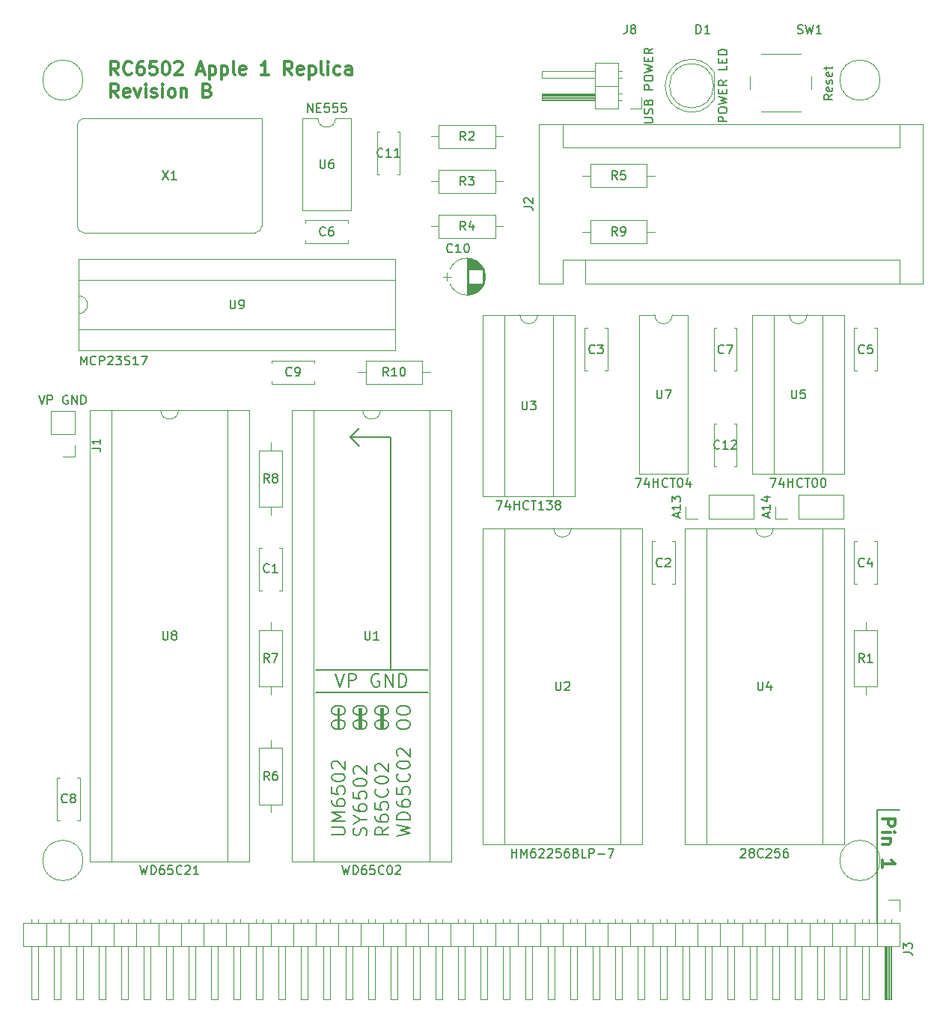
<source format=gto>
G04 #@! TF.FileFunction,Legend,Top*
%FSLAX46Y46*%
G04 Gerber Fmt 4.6, Leading zero omitted, Abs format (unit mm)*
G04 Created by KiCad (PCBNEW 4.0.6) date 07/09/17 19:14:54*
%MOMM*%
%LPD*%
G01*
G04 APERTURE LIST*
%ADD10C,0.100000*%
%ADD11C,0.200000*%
%ADD12C,0.300000*%
%ADD13C,0.150000*%
%ADD14C,0.120000*%
G04 APERTURE END LIST*
D10*
D11*
X157734000Y-84201000D02*
X157734000Y-110490000D01*
X149225000Y-110490000D02*
X161925000Y-110490000D01*
X149225000Y-113030000D02*
X161925000Y-113030000D01*
X153162000Y-84201000D02*
X154178000Y-85217000D01*
X153162000Y-84201000D02*
X154178000Y-83185000D01*
X157734000Y-84201000D02*
X153162000Y-84201000D01*
X154432000Y-117221000D02*
X154432000Y-114808000D01*
X156845000Y-117221000D02*
X156845000Y-114808000D01*
X156591000Y-115316000D02*
X156718000Y-115316000D01*
X156591000Y-117221000D02*
X156591000Y-114808000D01*
X156718000Y-117221000D02*
X156718000Y-114808000D01*
X154178000Y-114808000D02*
X154178000Y-117221000D01*
X154305000Y-117221000D02*
X154305000Y-114808000D01*
X151765000Y-114808000D02*
X151765000Y-117221000D01*
X151892000Y-114808000D02*
X151892000Y-117221000D01*
X151467857Y-110938571D02*
X151967857Y-112438571D01*
X152467857Y-110938571D01*
X152967857Y-112438571D02*
X152967857Y-110938571D01*
X153539285Y-110938571D01*
X153682143Y-111010000D01*
X153753571Y-111081429D01*
X153825000Y-111224286D01*
X153825000Y-111438571D01*
X153753571Y-111581429D01*
X153682143Y-111652857D01*
X153539285Y-111724286D01*
X152967857Y-111724286D01*
X156396428Y-111010000D02*
X156253571Y-110938571D01*
X156039285Y-110938571D01*
X155825000Y-111010000D01*
X155682142Y-111152857D01*
X155610714Y-111295714D01*
X155539285Y-111581429D01*
X155539285Y-111795714D01*
X155610714Y-112081429D01*
X155682142Y-112224286D01*
X155825000Y-112367143D01*
X156039285Y-112438571D01*
X156182142Y-112438571D01*
X156396428Y-112367143D01*
X156467857Y-112295714D01*
X156467857Y-111795714D01*
X156182142Y-111795714D01*
X157110714Y-112438571D02*
X157110714Y-110938571D01*
X157967857Y-112438571D01*
X157967857Y-110938571D01*
X158682143Y-112438571D02*
X158682143Y-110938571D01*
X159039286Y-110938571D01*
X159253571Y-111010000D01*
X159396429Y-111152857D01*
X159467857Y-111295714D01*
X159539286Y-111581429D01*
X159539286Y-111795714D01*
X159467857Y-112081429D01*
X159396429Y-112224286D01*
X159253571Y-112367143D01*
X159039286Y-112438571D01*
X158682143Y-112438571D01*
X151078571Y-116832143D02*
X151078571Y-116546429D01*
X151150000Y-116403571D01*
X151292857Y-116260714D01*
X151578571Y-116189286D01*
X152078571Y-116189286D01*
X152364286Y-116260714D01*
X152507143Y-116403571D01*
X152578571Y-116546429D01*
X152578571Y-116832143D01*
X152507143Y-116975000D01*
X152364286Y-117117857D01*
X152078571Y-117189286D01*
X151578571Y-117189286D01*
X151292857Y-117117857D01*
X151150000Y-116975000D01*
X151078571Y-116832143D01*
X151078571Y-115260714D02*
X151078571Y-114975000D01*
X151150000Y-114832142D01*
X151292857Y-114689285D01*
X151578571Y-114617857D01*
X152078571Y-114617857D01*
X152364286Y-114689285D01*
X152507143Y-114832142D01*
X152578571Y-114975000D01*
X152578571Y-115260714D01*
X152507143Y-115403571D01*
X152364286Y-115546428D01*
X152078571Y-115617857D01*
X151578571Y-115617857D01*
X151292857Y-115546428D01*
X151150000Y-115403571D01*
X151078571Y-115260714D01*
X153528571Y-116832143D02*
X153528571Y-116546429D01*
X153600000Y-116403571D01*
X153742857Y-116260714D01*
X154028571Y-116189286D01*
X154528571Y-116189286D01*
X154814286Y-116260714D01*
X154957143Y-116403571D01*
X155028571Y-116546429D01*
X155028571Y-116832143D01*
X154957143Y-116975000D01*
X154814286Y-117117857D01*
X154528571Y-117189286D01*
X154028571Y-117189286D01*
X153742857Y-117117857D01*
X153600000Y-116975000D01*
X153528571Y-116832143D01*
X153528571Y-115260714D02*
X153528571Y-114975000D01*
X153600000Y-114832142D01*
X153742857Y-114689285D01*
X154028571Y-114617857D01*
X154528571Y-114617857D01*
X154814286Y-114689285D01*
X154957143Y-114832142D01*
X155028571Y-114975000D01*
X155028571Y-115260714D01*
X154957143Y-115403571D01*
X154814286Y-115546428D01*
X154528571Y-115617857D01*
X154028571Y-115617857D01*
X153742857Y-115546428D01*
X153600000Y-115403571D01*
X153528571Y-115260714D01*
X155978571Y-116832143D02*
X155978571Y-116546429D01*
X156050000Y-116403571D01*
X156192857Y-116260714D01*
X156478571Y-116189286D01*
X156978571Y-116189286D01*
X157264286Y-116260714D01*
X157407143Y-116403571D01*
X157478571Y-116546429D01*
X157478571Y-116832143D01*
X157407143Y-116975000D01*
X157264286Y-117117857D01*
X156978571Y-117189286D01*
X156478571Y-117189286D01*
X156192857Y-117117857D01*
X156050000Y-116975000D01*
X155978571Y-116832143D01*
X155978571Y-115260714D02*
X155978571Y-114975000D01*
X156050000Y-114832142D01*
X156192857Y-114689285D01*
X156478571Y-114617857D01*
X156978571Y-114617857D01*
X157264286Y-114689285D01*
X157407143Y-114832142D01*
X157478571Y-114975000D01*
X157478571Y-115260714D01*
X157407143Y-115403571D01*
X157264286Y-115546428D01*
X156978571Y-115617857D01*
X156478571Y-115617857D01*
X156192857Y-115546428D01*
X156050000Y-115403571D01*
X155978571Y-115260714D01*
X158428571Y-116832143D02*
X158428571Y-116546429D01*
X158500000Y-116403571D01*
X158642857Y-116260714D01*
X158928571Y-116189286D01*
X159428571Y-116189286D01*
X159714286Y-116260714D01*
X159857143Y-116403571D01*
X159928571Y-116546429D01*
X159928571Y-116832143D01*
X159857143Y-116975000D01*
X159714286Y-117117857D01*
X159428571Y-117189286D01*
X158928571Y-117189286D01*
X158642857Y-117117857D01*
X158500000Y-116975000D01*
X158428571Y-116832143D01*
X158428571Y-115260714D02*
X158428571Y-114975000D01*
X158500000Y-114832142D01*
X158642857Y-114689285D01*
X158928571Y-114617857D01*
X159428571Y-114617857D01*
X159714286Y-114689285D01*
X159857143Y-114832142D01*
X159928571Y-114975000D01*
X159928571Y-115260714D01*
X159857143Y-115403571D01*
X159714286Y-115546428D01*
X159428571Y-115617857D01*
X158928571Y-115617857D01*
X158642857Y-115546428D01*
X158500000Y-115403571D01*
X158428571Y-115260714D01*
X151078571Y-129182857D02*
X152292857Y-129182857D01*
X152435714Y-129111429D01*
X152507143Y-129040000D01*
X152578571Y-128897143D01*
X152578571Y-128611429D01*
X152507143Y-128468571D01*
X152435714Y-128397143D01*
X152292857Y-128325714D01*
X151078571Y-128325714D01*
X152578571Y-127611428D02*
X151078571Y-127611428D01*
X152150000Y-127111428D01*
X151078571Y-126611428D01*
X152578571Y-126611428D01*
X151078571Y-125254285D02*
X151078571Y-125539999D01*
X151150000Y-125682856D01*
X151221429Y-125754285D01*
X151435714Y-125897142D01*
X151721429Y-125968571D01*
X152292857Y-125968571D01*
X152435714Y-125897142D01*
X152507143Y-125825714D01*
X152578571Y-125682856D01*
X152578571Y-125397142D01*
X152507143Y-125254285D01*
X152435714Y-125182856D01*
X152292857Y-125111428D01*
X151935714Y-125111428D01*
X151792857Y-125182856D01*
X151721429Y-125254285D01*
X151650000Y-125397142D01*
X151650000Y-125682856D01*
X151721429Y-125825714D01*
X151792857Y-125897142D01*
X151935714Y-125968571D01*
X151078571Y-123754285D02*
X151078571Y-124468571D01*
X151792857Y-124540000D01*
X151721429Y-124468571D01*
X151650000Y-124325714D01*
X151650000Y-123968571D01*
X151721429Y-123825714D01*
X151792857Y-123754285D01*
X151935714Y-123682857D01*
X152292857Y-123682857D01*
X152435714Y-123754285D01*
X152507143Y-123825714D01*
X152578571Y-123968571D01*
X152578571Y-124325714D01*
X152507143Y-124468571D01*
X152435714Y-124540000D01*
X151078571Y-122754286D02*
X151078571Y-122611429D01*
X151150000Y-122468572D01*
X151221429Y-122397143D01*
X151364286Y-122325714D01*
X151650000Y-122254286D01*
X152007143Y-122254286D01*
X152292857Y-122325714D01*
X152435714Y-122397143D01*
X152507143Y-122468572D01*
X152578571Y-122611429D01*
X152578571Y-122754286D01*
X152507143Y-122897143D01*
X152435714Y-122968572D01*
X152292857Y-123040000D01*
X152007143Y-123111429D01*
X151650000Y-123111429D01*
X151364286Y-123040000D01*
X151221429Y-122968572D01*
X151150000Y-122897143D01*
X151078571Y-122754286D01*
X151221429Y-121682858D02*
X151150000Y-121611429D01*
X151078571Y-121468572D01*
X151078571Y-121111429D01*
X151150000Y-120968572D01*
X151221429Y-120897143D01*
X151364286Y-120825715D01*
X151507143Y-120825715D01*
X151721429Y-120897143D01*
X152578571Y-121754286D01*
X152578571Y-120825715D01*
X154957143Y-129254286D02*
X155028571Y-129040000D01*
X155028571Y-128682857D01*
X154957143Y-128540000D01*
X154885714Y-128468571D01*
X154742857Y-128397143D01*
X154600000Y-128397143D01*
X154457143Y-128468571D01*
X154385714Y-128540000D01*
X154314286Y-128682857D01*
X154242857Y-128968571D01*
X154171429Y-129111429D01*
X154100000Y-129182857D01*
X153957143Y-129254286D01*
X153814286Y-129254286D01*
X153671429Y-129182857D01*
X153600000Y-129111429D01*
X153528571Y-128968571D01*
X153528571Y-128611429D01*
X153600000Y-128397143D01*
X154314286Y-127468572D02*
X155028571Y-127468572D01*
X153528571Y-127968572D02*
X154314286Y-127468572D01*
X153528571Y-126968572D01*
X153528571Y-125825715D02*
X153528571Y-126111429D01*
X153600000Y-126254286D01*
X153671429Y-126325715D01*
X153885714Y-126468572D01*
X154171429Y-126540001D01*
X154742857Y-126540001D01*
X154885714Y-126468572D01*
X154957143Y-126397144D01*
X155028571Y-126254286D01*
X155028571Y-125968572D01*
X154957143Y-125825715D01*
X154885714Y-125754286D01*
X154742857Y-125682858D01*
X154385714Y-125682858D01*
X154242857Y-125754286D01*
X154171429Y-125825715D01*
X154100000Y-125968572D01*
X154100000Y-126254286D01*
X154171429Y-126397144D01*
X154242857Y-126468572D01*
X154385714Y-126540001D01*
X153528571Y-124325715D02*
X153528571Y-125040001D01*
X154242857Y-125111430D01*
X154171429Y-125040001D01*
X154100000Y-124897144D01*
X154100000Y-124540001D01*
X154171429Y-124397144D01*
X154242857Y-124325715D01*
X154385714Y-124254287D01*
X154742857Y-124254287D01*
X154885714Y-124325715D01*
X154957143Y-124397144D01*
X155028571Y-124540001D01*
X155028571Y-124897144D01*
X154957143Y-125040001D01*
X154885714Y-125111430D01*
X153528571Y-123325716D02*
X153528571Y-123182859D01*
X153600000Y-123040002D01*
X153671429Y-122968573D01*
X153814286Y-122897144D01*
X154100000Y-122825716D01*
X154457143Y-122825716D01*
X154742857Y-122897144D01*
X154885714Y-122968573D01*
X154957143Y-123040002D01*
X155028571Y-123182859D01*
X155028571Y-123325716D01*
X154957143Y-123468573D01*
X154885714Y-123540002D01*
X154742857Y-123611430D01*
X154457143Y-123682859D01*
X154100000Y-123682859D01*
X153814286Y-123611430D01*
X153671429Y-123540002D01*
X153600000Y-123468573D01*
X153528571Y-123325716D01*
X153671429Y-122254288D02*
X153600000Y-122182859D01*
X153528571Y-122040002D01*
X153528571Y-121682859D01*
X153600000Y-121540002D01*
X153671429Y-121468573D01*
X153814286Y-121397145D01*
X153957143Y-121397145D01*
X154171429Y-121468573D01*
X155028571Y-122325716D01*
X155028571Y-121397145D01*
X157478571Y-128325714D02*
X156764286Y-128825714D01*
X157478571Y-129182857D02*
X155978571Y-129182857D01*
X155978571Y-128611429D01*
X156050000Y-128468571D01*
X156121429Y-128397143D01*
X156264286Y-128325714D01*
X156478571Y-128325714D01*
X156621429Y-128397143D01*
X156692857Y-128468571D01*
X156764286Y-128611429D01*
X156764286Y-129182857D01*
X155978571Y-127040000D02*
X155978571Y-127325714D01*
X156050000Y-127468571D01*
X156121429Y-127540000D01*
X156335714Y-127682857D01*
X156621429Y-127754286D01*
X157192857Y-127754286D01*
X157335714Y-127682857D01*
X157407143Y-127611429D01*
X157478571Y-127468571D01*
X157478571Y-127182857D01*
X157407143Y-127040000D01*
X157335714Y-126968571D01*
X157192857Y-126897143D01*
X156835714Y-126897143D01*
X156692857Y-126968571D01*
X156621429Y-127040000D01*
X156550000Y-127182857D01*
X156550000Y-127468571D01*
X156621429Y-127611429D01*
X156692857Y-127682857D01*
X156835714Y-127754286D01*
X155978571Y-125540000D02*
X155978571Y-126254286D01*
X156692857Y-126325715D01*
X156621429Y-126254286D01*
X156550000Y-126111429D01*
X156550000Y-125754286D01*
X156621429Y-125611429D01*
X156692857Y-125540000D01*
X156835714Y-125468572D01*
X157192857Y-125468572D01*
X157335714Y-125540000D01*
X157407143Y-125611429D01*
X157478571Y-125754286D01*
X157478571Y-126111429D01*
X157407143Y-126254286D01*
X157335714Y-126325715D01*
X157335714Y-123968572D02*
X157407143Y-124040001D01*
X157478571Y-124254287D01*
X157478571Y-124397144D01*
X157407143Y-124611429D01*
X157264286Y-124754287D01*
X157121429Y-124825715D01*
X156835714Y-124897144D01*
X156621429Y-124897144D01*
X156335714Y-124825715D01*
X156192857Y-124754287D01*
X156050000Y-124611429D01*
X155978571Y-124397144D01*
X155978571Y-124254287D01*
X156050000Y-124040001D01*
X156121429Y-123968572D01*
X155978571Y-123040001D02*
X155978571Y-122897144D01*
X156050000Y-122754287D01*
X156121429Y-122682858D01*
X156264286Y-122611429D01*
X156550000Y-122540001D01*
X156907143Y-122540001D01*
X157192857Y-122611429D01*
X157335714Y-122682858D01*
X157407143Y-122754287D01*
X157478571Y-122897144D01*
X157478571Y-123040001D01*
X157407143Y-123182858D01*
X157335714Y-123254287D01*
X157192857Y-123325715D01*
X156907143Y-123397144D01*
X156550000Y-123397144D01*
X156264286Y-123325715D01*
X156121429Y-123254287D01*
X156050000Y-123182858D01*
X155978571Y-123040001D01*
X156121429Y-121968573D02*
X156050000Y-121897144D01*
X155978571Y-121754287D01*
X155978571Y-121397144D01*
X156050000Y-121254287D01*
X156121429Y-121182858D01*
X156264286Y-121111430D01*
X156407143Y-121111430D01*
X156621429Y-121182858D01*
X157478571Y-122040001D01*
X157478571Y-121111430D01*
X158428571Y-129325714D02*
X159928571Y-128968571D01*
X158857143Y-128682857D01*
X159928571Y-128397143D01*
X158428571Y-128040000D01*
X159928571Y-127468571D02*
X158428571Y-127468571D01*
X158428571Y-127111428D01*
X158500000Y-126897143D01*
X158642857Y-126754285D01*
X158785714Y-126682857D01*
X159071429Y-126611428D01*
X159285714Y-126611428D01*
X159571429Y-126682857D01*
X159714286Y-126754285D01*
X159857143Y-126897143D01*
X159928571Y-127111428D01*
X159928571Y-127468571D01*
X158428571Y-125325714D02*
X158428571Y-125611428D01*
X158500000Y-125754285D01*
X158571429Y-125825714D01*
X158785714Y-125968571D01*
X159071429Y-126040000D01*
X159642857Y-126040000D01*
X159785714Y-125968571D01*
X159857143Y-125897143D01*
X159928571Y-125754285D01*
X159928571Y-125468571D01*
X159857143Y-125325714D01*
X159785714Y-125254285D01*
X159642857Y-125182857D01*
X159285714Y-125182857D01*
X159142857Y-125254285D01*
X159071429Y-125325714D01*
X159000000Y-125468571D01*
X159000000Y-125754285D01*
X159071429Y-125897143D01*
X159142857Y-125968571D01*
X159285714Y-126040000D01*
X158428571Y-123825714D02*
X158428571Y-124540000D01*
X159142857Y-124611429D01*
X159071429Y-124540000D01*
X159000000Y-124397143D01*
X159000000Y-124040000D01*
X159071429Y-123897143D01*
X159142857Y-123825714D01*
X159285714Y-123754286D01*
X159642857Y-123754286D01*
X159785714Y-123825714D01*
X159857143Y-123897143D01*
X159928571Y-124040000D01*
X159928571Y-124397143D01*
X159857143Y-124540000D01*
X159785714Y-124611429D01*
X159785714Y-122254286D02*
X159857143Y-122325715D01*
X159928571Y-122540001D01*
X159928571Y-122682858D01*
X159857143Y-122897143D01*
X159714286Y-123040001D01*
X159571429Y-123111429D01*
X159285714Y-123182858D01*
X159071429Y-123182858D01*
X158785714Y-123111429D01*
X158642857Y-123040001D01*
X158500000Y-122897143D01*
X158428571Y-122682858D01*
X158428571Y-122540001D01*
X158500000Y-122325715D01*
X158571429Y-122254286D01*
X158428571Y-121325715D02*
X158428571Y-121182858D01*
X158500000Y-121040001D01*
X158571429Y-120968572D01*
X158714286Y-120897143D01*
X159000000Y-120825715D01*
X159357143Y-120825715D01*
X159642857Y-120897143D01*
X159785714Y-120968572D01*
X159857143Y-121040001D01*
X159928571Y-121182858D01*
X159928571Y-121325715D01*
X159857143Y-121468572D01*
X159785714Y-121540001D01*
X159642857Y-121611429D01*
X159357143Y-121682858D01*
X159000000Y-121682858D01*
X158714286Y-121611429D01*
X158571429Y-121540001D01*
X158500000Y-121468572D01*
X158428571Y-121325715D01*
X158571429Y-120254287D02*
X158500000Y-120182858D01*
X158428571Y-120040001D01*
X158428571Y-119682858D01*
X158500000Y-119540001D01*
X158571429Y-119468572D01*
X158714286Y-119397144D01*
X158857143Y-119397144D01*
X159071429Y-119468572D01*
X159928571Y-120325715D01*
X159928571Y-119397144D01*
D12*
X213316429Y-127357143D02*
X214816429Y-127357143D01*
X214816429Y-127928571D01*
X214745000Y-128071429D01*
X214673571Y-128142857D01*
X214530714Y-128214286D01*
X214316429Y-128214286D01*
X214173571Y-128142857D01*
X214102143Y-128071429D01*
X214030714Y-127928571D01*
X214030714Y-127357143D01*
X213316429Y-128857143D02*
X214316429Y-128857143D01*
X214816429Y-128857143D02*
X214745000Y-128785714D01*
X214673571Y-128857143D01*
X214745000Y-128928571D01*
X214816429Y-128857143D01*
X214673571Y-128857143D01*
X214316429Y-129571429D02*
X213316429Y-129571429D01*
X214173571Y-129571429D02*
X214245000Y-129642857D01*
X214316429Y-129785715D01*
X214316429Y-130000000D01*
X214245000Y-130142857D01*
X214102143Y-130214286D01*
X213316429Y-130214286D01*
X213316429Y-132857143D02*
X213316429Y-132000000D01*
X213316429Y-132428572D02*
X214816429Y-132428572D01*
X214602143Y-132285715D01*
X214459286Y-132142857D01*
X214387857Y-132000000D01*
D11*
X212725000Y-126365000D02*
X215265000Y-126365000D01*
X212725000Y-139065000D02*
X212725000Y-126365000D01*
D13*
X186396381Y-48640476D02*
X187205905Y-48640476D01*
X187301143Y-48592857D01*
X187348762Y-48545238D01*
X187396381Y-48450000D01*
X187396381Y-48259523D01*
X187348762Y-48164285D01*
X187301143Y-48116666D01*
X187205905Y-48069047D01*
X186396381Y-48069047D01*
X187348762Y-47640476D02*
X187396381Y-47497619D01*
X187396381Y-47259523D01*
X187348762Y-47164285D01*
X187301143Y-47116666D01*
X187205905Y-47069047D01*
X187110667Y-47069047D01*
X187015429Y-47116666D01*
X186967810Y-47164285D01*
X186920190Y-47259523D01*
X186872571Y-47450000D01*
X186824952Y-47545238D01*
X186777333Y-47592857D01*
X186682095Y-47640476D01*
X186586857Y-47640476D01*
X186491619Y-47592857D01*
X186444000Y-47545238D01*
X186396381Y-47450000D01*
X186396381Y-47211904D01*
X186444000Y-47069047D01*
X186872571Y-46307142D02*
X186920190Y-46164285D01*
X186967810Y-46116666D01*
X187063048Y-46069047D01*
X187205905Y-46069047D01*
X187301143Y-46116666D01*
X187348762Y-46164285D01*
X187396381Y-46259523D01*
X187396381Y-46640476D01*
X186396381Y-46640476D01*
X186396381Y-46307142D01*
X186444000Y-46211904D01*
X186491619Y-46164285D01*
X186586857Y-46116666D01*
X186682095Y-46116666D01*
X186777333Y-46164285D01*
X186824952Y-46211904D01*
X186872571Y-46307142D01*
X186872571Y-46640476D01*
X187396381Y-44878571D02*
X186396381Y-44878571D01*
X186396381Y-44497618D01*
X186444000Y-44402380D01*
X186491619Y-44354761D01*
X186586857Y-44307142D01*
X186729714Y-44307142D01*
X186824952Y-44354761D01*
X186872571Y-44402380D01*
X186920190Y-44497618D01*
X186920190Y-44878571D01*
X186396381Y-43688095D02*
X186396381Y-43497618D01*
X186444000Y-43402380D01*
X186539238Y-43307142D01*
X186729714Y-43259523D01*
X187063048Y-43259523D01*
X187253524Y-43307142D01*
X187348762Y-43402380D01*
X187396381Y-43497618D01*
X187396381Y-43688095D01*
X187348762Y-43783333D01*
X187253524Y-43878571D01*
X187063048Y-43926190D01*
X186729714Y-43926190D01*
X186539238Y-43878571D01*
X186444000Y-43783333D01*
X186396381Y-43688095D01*
X186396381Y-42926190D02*
X187396381Y-42688095D01*
X186682095Y-42497618D01*
X187396381Y-42307142D01*
X186396381Y-42069047D01*
X186872571Y-41688095D02*
X186872571Y-41354761D01*
X187396381Y-41211904D02*
X187396381Y-41688095D01*
X186396381Y-41688095D01*
X186396381Y-41211904D01*
X187396381Y-40211904D02*
X186920190Y-40545238D01*
X187396381Y-40783333D02*
X186396381Y-40783333D01*
X186396381Y-40402380D01*
X186444000Y-40307142D01*
X186491619Y-40259523D01*
X186586857Y-40211904D01*
X186729714Y-40211904D01*
X186824952Y-40259523D01*
X186872571Y-40307142D01*
X186920190Y-40402380D01*
X186920190Y-40783333D01*
X195778381Y-48497619D02*
X194778381Y-48497619D01*
X194778381Y-48116666D01*
X194826000Y-48021428D01*
X194873619Y-47973809D01*
X194968857Y-47926190D01*
X195111714Y-47926190D01*
X195206952Y-47973809D01*
X195254571Y-48021428D01*
X195302190Y-48116666D01*
X195302190Y-48497619D01*
X194778381Y-47307143D02*
X194778381Y-47116666D01*
X194826000Y-47021428D01*
X194921238Y-46926190D01*
X195111714Y-46878571D01*
X195445048Y-46878571D01*
X195635524Y-46926190D01*
X195730762Y-47021428D01*
X195778381Y-47116666D01*
X195778381Y-47307143D01*
X195730762Y-47402381D01*
X195635524Y-47497619D01*
X195445048Y-47545238D01*
X195111714Y-47545238D01*
X194921238Y-47497619D01*
X194826000Y-47402381D01*
X194778381Y-47307143D01*
X194778381Y-46545238D02*
X195778381Y-46307143D01*
X195064095Y-46116666D01*
X195778381Y-45926190D01*
X194778381Y-45688095D01*
X195254571Y-45307143D02*
X195254571Y-44973809D01*
X195778381Y-44830952D02*
X195778381Y-45307143D01*
X194778381Y-45307143D01*
X194778381Y-44830952D01*
X195778381Y-43830952D02*
X195302190Y-44164286D01*
X195778381Y-44402381D02*
X194778381Y-44402381D01*
X194778381Y-44021428D01*
X194826000Y-43926190D01*
X194873619Y-43878571D01*
X194968857Y-43830952D01*
X195111714Y-43830952D01*
X195206952Y-43878571D01*
X195254571Y-43926190D01*
X195302190Y-44021428D01*
X195302190Y-44402381D01*
X195778381Y-42164285D02*
X195778381Y-42640476D01*
X194778381Y-42640476D01*
X195254571Y-41830952D02*
X195254571Y-41497618D01*
X195778381Y-41354761D02*
X195778381Y-41830952D01*
X194778381Y-41830952D01*
X194778381Y-41354761D01*
X195778381Y-40926190D02*
X194778381Y-40926190D01*
X194778381Y-40688095D01*
X194826000Y-40545237D01*
X194921238Y-40449999D01*
X195016476Y-40402380D01*
X195206952Y-40354761D01*
X195349810Y-40354761D01*
X195540286Y-40402380D01*
X195635524Y-40449999D01*
X195730762Y-40545237D01*
X195778381Y-40688095D01*
X195778381Y-40926190D01*
X207716381Y-45434095D02*
X207240190Y-45767429D01*
X207716381Y-46005524D02*
X206716381Y-46005524D01*
X206716381Y-45624571D01*
X206764000Y-45529333D01*
X206811619Y-45481714D01*
X206906857Y-45434095D01*
X207049714Y-45434095D01*
X207144952Y-45481714D01*
X207192571Y-45529333D01*
X207240190Y-45624571D01*
X207240190Y-46005524D01*
X207668762Y-44624571D02*
X207716381Y-44719809D01*
X207716381Y-44910286D01*
X207668762Y-45005524D01*
X207573524Y-45053143D01*
X207192571Y-45053143D01*
X207097333Y-45005524D01*
X207049714Y-44910286D01*
X207049714Y-44719809D01*
X207097333Y-44624571D01*
X207192571Y-44576952D01*
X207287810Y-44576952D01*
X207383048Y-45053143D01*
X207668762Y-44196000D02*
X207716381Y-44100762D01*
X207716381Y-43910286D01*
X207668762Y-43815047D01*
X207573524Y-43767428D01*
X207525905Y-43767428D01*
X207430667Y-43815047D01*
X207383048Y-43910286D01*
X207383048Y-44053143D01*
X207335429Y-44148381D01*
X207240190Y-44196000D01*
X207192571Y-44196000D01*
X207097333Y-44148381D01*
X207049714Y-44053143D01*
X207049714Y-43910286D01*
X207097333Y-43815047D01*
X207668762Y-42957904D02*
X207716381Y-43053142D01*
X207716381Y-43243619D01*
X207668762Y-43338857D01*
X207573524Y-43386476D01*
X207192571Y-43386476D01*
X207097333Y-43338857D01*
X207049714Y-43243619D01*
X207049714Y-43053142D01*
X207097333Y-42957904D01*
X207192571Y-42910285D01*
X207287810Y-42910285D01*
X207383048Y-43386476D01*
X207049714Y-42624571D02*
X207049714Y-42243619D01*
X206716381Y-42481714D02*
X207573524Y-42481714D01*
X207668762Y-42434095D01*
X207716381Y-42338857D01*
X207716381Y-42243619D01*
D12*
X126944286Y-43218571D02*
X126444286Y-42504286D01*
X126087143Y-43218571D02*
X126087143Y-41718571D01*
X126658571Y-41718571D01*
X126801429Y-41790000D01*
X126872857Y-41861429D01*
X126944286Y-42004286D01*
X126944286Y-42218571D01*
X126872857Y-42361429D01*
X126801429Y-42432857D01*
X126658571Y-42504286D01*
X126087143Y-42504286D01*
X128444286Y-43075714D02*
X128372857Y-43147143D01*
X128158571Y-43218571D01*
X128015714Y-43218571D01*
X127801429Y-43147143D01*
X127658571Y-43004286D01*
X127587143Y-42861429D01*
X127515714Y-42575714D01*
X127515714Y-42361429D01*
X127587143Y-42075714D01*
X127658571Y-41932857D01*
X127801429Y-41790000D01*
X128015714Y-41718571D01*
X128158571Y-41718571D01*
X128372857Y-41790000D01*
X128444286Y-41861429D01*
X129730000Y-41718571D02*
X129444286Y-41718571D01*
X129301429Y-41790000D01*
X129230000Y-41861429D01*
X129087143Y-42075714D01*
X129015714Y-42361429D01*
X129015714Y-42932857D01*
X129087143Y-43075714D01*
X129158571Y-43147143D01*
X129301429Y-43218571D01*
X129587143Y-43218571D01*
X129730000Y-43147143D01*
X129801429Y-43075714D01*
X129872857Y-42932857D01*
X129872857Y-42575714D01*
X129801429Y-42432857D01*
X129730000Y-42361429D01*
X129587143Y-42290000D01*
X129301429Y-42290000D01*
X129158571Y-42361429D01*
X129087143Y-42432857D01*
X129015714Y-42575714D01*
X131230000Y-41718571D02*
X130515714Y-41718571D01*
X130444285Y-42432857D01*
X130515714Y-42361429D01*
X130658571Y-42290000D01*
X131015714Y-42290000D01*
X131158571Y-42361429D01*
X131230000Y-42432857D01*
X131301428Y-42575714D01*
X131301428Y-42932857D01*
X131230000Y-43075714D01*
X131158571Y-43147143D01*
X131015714Y-43218571D01*
X130658571Y-43218571D01*
X130515714Y-43147143D01*
X130444285Y-43075714D01*
X132229999Y-41718571D02*
X132372856Y-41718571D01*
X132515713Y-41790000D01*
X132587142Y-41861429D01*
X132658571Y-42004286D01*
X132729999Y-42290000D01*
X132729999Y-42647143D01*
X132658571Y-42932857D01*
X132587142Y-43075714D01*
X132515713Y-43147143D01*
X132372856Y-43218571D01*
X132229999Y-43218571D01*
X132087142Y-43147143D01*
X132015713Y-43075714D01*
X131944285Y-42932857D01*
X131872856Y-42647143D01*
X131872856Y-42290000D01*
X131944285Y-42004286D01*
X132015713Y-41861429D01*
X132087142Y-41790000D01*
X132229999Y-41718571D01*
X133301427Y-41861429D02*
X133372856Y-41790000D01*
X133515713Y-41718571D01*
X133872856Y-41718571D01*
X134015713Y-41790000D01*
X134087142Y-41861429D01*
X134158570Y-42004286D01*
X134158570Y-42147143D01*
X134087142Y-42361429D01*
X133229999Y-43218571D01*
X134158570Y-43218571D01*
X135872855Y-42790000D02*
X136587141Y-42790000D01*
X135729998Y-43218571D02*
X136229998Y-41718571D01*
X136729998Y-43218571D01*
X137229998Y-42218571D02*
X137229998Y-43718571D01*
X137229998Y-42290000D02*
X137372855Y-42218571D01*
X137658569Y-42218571D01*
X137801426Y-42290000D01*
X137872855Y-42361429D01*
X137944284Y-42504286D01*
X137944284Y-42932857D01*
X137872855Y-43075714D01*
X137801426Y-43147143D01*
X137658569Y-43218571D01*
X137372855Y-43218571D01*
X137229998Y-43147143D01*
X138587141Y-42218571D02*
X138587141Y-43718571D01*
X138587141Y-42290000D02*
X138729998Y-42218571D01*
X139015712Y-42218571D01*
X139158569Y-42290000D01*
X139229998Y-42361429D01*
X139301427Y-42504286D01*
X139301427Y-42932857D01*
X139229998Y-43075714D01*
X139158569Y-43147143D01*
X139015712Y-43218571D01*
X138729998Y-43218571D01*
X138587141Y-43147143D01*
X140158570Y-43218571D02*
X140015712Y-43147143D01*
X139944284Y-43004286D01*
X139944284Y-41718571D01*
X141301426Y-43147143D02*
X141158569Y-43218571D01*
X140872855Y-43218571D01*
X140729998Y-43147143D01*
X140658569Y-43004286D01*
X140658569Y-42432857D01*
X140729998Y-42290000D01*
X140872855Y-42218571D01*
X141158569Y-42218571D01*
X141301426Y-42290000D01*
X141372855Y-42432857D01*
X141372855Y-42575714D01*
X140658569Y-42718571D01*
X143944283Y-43218571D02*
X143087140Y-43218571D01*
X143515712Y-43218571D02*
X143515712Y-41718571D01*
X143372855Y-41932857D01*
X143229997Y-42075714D01*
X143087140Y-42147143D01*
X146587140Y-43218571D02*
X146087140Y-42504286D01*
X145729997Y-43218571D02*
X145729997Y-41718571D01*
X146301425Y-41718571D01*
X146444283Y-41790000D01*
X146515711Y-41861429D01*
X146587140Y-42004286D01*
X146587140Y-42218571D01*
X146515711Y-42361429D01*
X146444283Y-42432857D01*
X146301425Y-42504286D01*
X145729997Y-42504286D01*
X147801425Y-43147143D02*
X147658568Y-43218571D01*
X147372854Y-43218571D01*
X147229997Y-43147143D01*
X147158568Y-43004286D01*
X147158568Y-42432857D01*
X147229997Y-42290000D01*
X147372854Y-42218571D01*
X147658568Y-42218571D01*
X147801425Y-42290000D01*
X147872854Y-42432857D01*
X147872854Y-42575714D01*
X147158568Y-42718571D01*
X148515711Y-42218571D02*
X148515711Y-43718571D01*
X148515711Y-42290000D02*
X148658568Y-42218571D01*
X148944282Y-42218571D01*
X149087139Y-42290000D01*
X149158568Y-42361429D01*
X149229997Y-42504286D01*
X149229997Y-42932857D01*
X149158568Y-43075714D01*
X149087139Y-43147143D01*
X148944282Y-43218571D01*
X148658568Y-43218571D01*
X148515711Y-43147143D01*
X150087140Y-43218571D02*
X149944282Y-43147143D01*
X149872854Y-43004286D01*
X149872854Y-41718571D01*
X150658568Y-43218571D02*
X150658568Y-42218571D01*
X150658568Y-41718571D02*
X150587139Y-41790000D01*
X150658568Y-41861429D01*
X150729996Y-41790000D01*
X150658568Y-41718571D01*
X150658568Y-41861429D01*
X152015711Y-43147143D02*
X151872854Y-43218571D01*
X151587140Y-43218571D01*
X151444282Y-43147143D01*
X151372854Y-43075714D01*
X151301425Y-42932857D01*
X151301425Y-42504286D01*
X151372854Y-42361429D01*
X151444282Y-42290000D01*
X151587140Y-42218571D01*
X151872854Y-42218571D01*
X152015711Y-42290000D01*
X153301425Y-43218571D02*
X153301425Y-42432857D01*
X153229996Y-42290000D01*
X153087139Y-42218571D01*
X152801425Y-42218571D01*
X152658568Y-42290000D01*
X153301425Y-43147143D02*
X153158568Y-43218571D01*
X152801425Y-43218571D01*
X152658568Y-43147143D01*
X152587139Y-43004286D01*
X152587139Y-42861429D01*
X152658568Y-42718571D01*
X152801425Y-42647143D01*
X153158568Y-42647143D01*
X153301425Y-42575714D01*
X126944286Y-45768571D02*
X126444286Y-45054286D01*
X126087143Y-45768571D02*
X126087143Y-44268571D01*
X126658571Y-44268571D01*
X126801429Y-44340000D01*
X126872857Y-44411429D01*
X126944286Y-44554286D01*
X126944286Y-44768571D01*
X126872857Y-44911429D01*
X126801429Y-44982857D01*
X126658571Y-45054286D01*
X126087143Y-45054286D01*
X128158571Y-45697143D02*
X128015714Y-45768571D01*
X127730000Y-45768571D01*
X127587143Y-45697143D01*
X127515714Y-45554286D01*
X127515714Y-44982857D01*
X127587143Y-44840000D01*
X127730000Y-44768571D01*
X128015714Y-44768571D01*
X128158571Y-44840000D01*
X128230000Y-44982857D01*
X128230000Y-45125714D01*
X127515714Y-45268571D01*
X128730000Y-44768571D02*
X129087143Y-45768571D01*
X129444285Y-44768571D01*
X130015714Y-45768571D02*
X130015714Y-44768571D01*
X130015714Y-44268571D02*
X129944285Y-44340000D01*
X130015714Y-44411429D01*
X130087142Y-44340000D01*
X130015714Y-44268571D01*
X130015714Y-44411429D01*
X130658571Y-45697143D02*
X130801428Y-45768571D01*
X131087143Y-45768571D01*
X131230000Y-45697143D01*
X131301428Y-45554286D01*
X131301428Y-45482857D01*
X131230000Y-45340000D01*
X131087143Y-45268571D01*
X130872857Y-45268571D01*
X130730000Y-45197143D01*
X130658571Y-45054286D01*
X130658571Y-44982857D01*
X130730000Y-44840000D01*
X130872857Y-44768571D01*
X131087143Y-44768571D01*
X131230000Y-44840000D01*
X131944286Y-45768571D02*
X131944286Y-44768571D01*
X131944286Y-44268571D02*
X131872857Y-44340000D01*
X131944286Y-44411429D01*
X132015714Y-44340000D01*
X131944286Y-44268571D01*
X131944286Y-44411429D01*
X132872858Y-45768571D02*
X132730000Y-45697143D01*
X132658572Y-45625714D01*
X132587143Y-45482857D01*
X132587143Y-45054286D01*
X132658572Y-44911429D01*
X132730000Y-44840000D01*
X132872858Y-44768571D01*
X133087143Y-44768571D01*
X133230000Y-44840000D01*
X133301429Y-44911429D01*
X133372858Y-45054286D01*
X133372858Y-45482857D01*
X133301429Y-45625714D01*
X133230000Y-45697143D01*
X133087143Y-45768571D01*
X132872858Y-45768571D01*
X134015715Y-44768571D02*
X134015715Y-45768571D01*
X134015715Y-44911429D02*
X134087143Y-44840000D01*
X134230001Y-44768571D01*
X134444286Y-44768571D01*
X134587143Y-44840000D01*
X134658572Y-44982857D01*
X134658572Y-45768571D01*
X137015715Y-44982857D02*
X137230001Y-45054286D01*
X137301429Y-45125714D01*
X137372858Y-45268571D01*
X137372858Y-45482857D01*
X137301429Y-45625714D01*
X137230001Y-45697143D01*
X137087143Y-45768571D01*
X136515715Y-45768571D01*
X136515715Y-44268571D01*
X137015715Y-44268571D01*
X137158572Y-44340000D01*
X137230001Y-44411429D01*
X137301429Y-44554286D01*
X137301429Y-44697143D01*
X137230001Y-44840000D01*
X137158572Y-44911429D01*
X137015715Y-44982857D01*
X136515715Y-44982857D01*
D14*
X154575000Y-81160000D02*
X148995000Y-81160000D01*
X148995000Y-81160000D02*
X148995000Y-132200000D01*
X148995000Y-132200000D02*
X162155000Y-132200000D01*
X162155000Y-132200000D02*
X162155000Y-81160000D01*
X162155000Y-81160000D02*
X156575000Y-81160000D01*
X146565000Y-81160000D02*
X146565000Y-132200000D01*
X146565000Y-132200000D02*
X164585000Y-132200000D01*
X164585000Y-132200000D02*
X164585000Y-81160000D01*
X164585000Y-81160000D02*
X146565000Y-81160000D01*
X156575000Y-81160000D02*
G75*
G02X154575000Y-81160000I-1000000J0D01*
G01*
X142835000Y-101510000D02*
X142835000Y-96690000D01*
X145455000Y-101510000D02*
X145455000Y-96690000D01*
X142835000Y-101510000D02*
X143149000Y-101510000D01*
X145141000Y-101510000D02*
X145455000Y-101510000D01*
X142835000Y-96690000D02*
X143149000Y-96690000D01*
X145141000Y-96690000D02*
X145455000Y-96690000D01*
X189905000Y-95975000D02*
X189905000Y-100795000D01*
X187285000Y-95975000D02*
X187285000Y-100795000D01*
X189905000Y-95975000D02*
X189591000Y-95975000D01*
X187599000Y-95975000D02*
X187285000Y-95975000D01*
X189905000Y-100795000D02*
X189591000Y-100795000D01*
X187599000Y-100795000D02*
X187285000Y-100795000D01*
X212765000Y-95975000D02*
X212765000Y-100795000D01*
X210145000Y-95975000D02*
X210145000Y-100795000D01*
X212765000Y-95975000D02*
X212451000Y-95975000D01*
X210459000Y-95975000D02*
X210145000Y-95975000D01*
X212765000Y-100795000D02*
X212451000Y-100795000D01*
X210459000Y-100795000D02*
X210145000Y-100795000D01*
X212765000Y-71845000D02*
X212765000Y-76665000D01*
X210145000Y-71845000D02*
X210145000Y-76665000D01*
X212765000Y-71845000D02*
X212451000Y-71845000D01*
X210459000Y-71845000D02*
X210145000Y-71845000D01*
X212765000Y-76665000D02*
X212451000Y-76665000D01*
X210459000Y-76665000D02*
X210145000Y-76665000D01*
X148045000Y-59650000D02*
X152865000Y-59650000D01*
X148045000Y-62270000D02*
X152865000Y-62270000D01*
X148045000Y-59650000D02*
X148045000Y-59964000D01*
X148045000Y-61956000D02*
X148045000Y-62270000D01*
X152865000Y-59650000D02*
X152865000Y-59964000D01*
X152865000Y-61956000D02*
X152865000Y-62270000D01*
X196890000Y-71845000D02*
X196890000Y-76665000D01*
X194270000Y-71845000D02*
X194270000Y-76665000D01*
X196890000Y-71845000D02*
X196576000Y-71845000D01*
X194584000Y-71845000D02*
X194270000Y-71845000D01*
X196890000Y-76665000D02*
X196576000Y-76665000D01*
X194584000Y-76665000D02*
X194270000Y-76665000D01*
X119975000Y-127545000D02*
X119975000Y-122725000D01*
X122595000Y-127545000D02*
X122595000Y-122725000D01*
X119975000Y-127545000D02*
X120289000Y-127545000D01*
X122281000Y-127545000D02*
X122595000Y-127545000D01*
X119975000Y-122725000D02*
X120289000Y-122725000D01*
X122281000Y-122725000D02*
X122595000Y-122725000D01*
X144235000Y-75525000D02*
X149055000Y-75525000D01*
X144235000Y-78145000D02*
X149055000Y-78145000D01*
X144235000Y-75525000D02*
X144235000Y-75839000D01*
X144235000Y-77831000D02*
X144235000Y-78145000D01*
X149055000Y-75525000D02*
X149055000Y-75839000D01*
X149055000Y-77831000D02*
X149055000Y-78145000D01*
X158790000Y-49620000D02*
X158790000Y-54440000D01*
X156170000Y-49620000D02*
X156170000Y-54440000D01*
X158790000Y-49620000D02*
X158476000Y-49620000D01*
X156484000Y-49620000D02*
X156170000Y-49620000D01*
X158790000Y-54440000D02*
X158476000Y-54440000D01*
X156484000Y-54440000D02*
X156170000Y-54440000D01*
X179705000Y-64135000D02*
X177165000Y-64135000D01*
X177165000Y-64135000D02*
X177165000Y-66805000D01*
X179705000Y-66805000D02*
X217935000Y-66805000D01*
X174495000Y-66805000D02*
X177165000Y-66805000D01*
X177165000Y-51435000D02*
X177165000Y-48765000D01*
X177165000Y-51435000D02*
X215265000Y-51435000D01*
X215265000Y-51435000D02*
X215265000Y-48765000D01*
X179705000Y-64135000D02*
X179705000Y-66805000D01*
X179705000Y-64135000D02*
X215265000Y-64135000D01*
X215265000Y-64135000D02*
X215265000Y-66805000D01*
X217935000Y-66805000D02*
X217935000Y-48765000D01*
X217935000Y-48765000D02*
X174495000Y-48765000D01*
X174495000Y-48765000D02*
X174495000Y-66805000D01*
X215325000Y-139135000D02*
X212725000Y-139135000D01*
X212725000Y-139135000D02*
X212725000Y-141755000D01*
X212725000Y-141755000D02*
X215325000Y-141755000D01*
X215325000Y-141755000D02*
X215325000Y-139135000D01*
X214375000Y-141755000D02*
X213615000Y-141755000D01*
X213615000Y-141755000D02*
X213615000Y-147755000D01*
X213615000Y-147755000D02*
X214375000Y-147755000D01*
X214375000Y-147755000D02*
X214375000Y-141755000D01*
X214375000Y-138705000D02*
X214375000Y-139135000D01*
X213615000Y-138705000D02*
X213615000Y-139135000D01*
X214255000Y-141755000D02*
X214255000Y-147755000D01*
X214135000Y-141755000D02*
X214135000Y-147755000D01*
X214015000Y-141755000D02*
X214015000Y-147755000D01*
X213895000Y-141755000D02*
X213895000Y-147755000D01*
X213775000Y-141755000D02*
X213775000Y-147755000D01*
X213655000Y-141755000D02*
X213655000Y-147755000D01*
X212725000Y-139135000D02*
X210185000Y-139135000D01*
X210185000Y-139135000D02*
X210185000Y-141755000D01*
X210185000Y-141755000D02*
X212725000Y-141755000D01*
X212725000Y-141755000D02*
X212725000Y-139135000D01*
X211835000Y-141755000D02*
X211075000Y-141755000D01*
X211075000Y-141755000D02*
X211075000Y-147755000D01*
X211075000Y-147755000D02*
X211835000Y-147755000D01*
X211835000Y-147755000D02*
X211835000Y-141755000D01*
X211835000Y-138705000D02*
X211835000Y-139135000D01*
X211075000Y-138705000D02*
X211075000Y-139135000D01*
X210185000Y-139135000D02*
X207645000Y-139135000D01*
X207645000Y-139135000D02*
X207645000Y-141755000D01*
X207645000Y-141755000D02*
X210185000Y-141755000D01*
X210185000Y-141755000D02*
X210185000Y-139135000D01*
X209295000Y-141755000D02*
X208535000Y-141755000D01*
X208535000Y-141755000D02*
X208535000Y-147755000D01*
X208535000Y-147755000D02*
X209295000Y-147755000D01*
X209295000Y-147755000D02*
X209295000Y-141755000D01*
X209295000Y-138705000D02*
X209295000Y-139135000D01*
X208535000Y-138705000D02*
X208535000Y-139135000D01*
X207645000Y-139135000D02*
X205105000Y-139135000D01*
X205105000Y-139135000D02*
X205105000Y-141755000D01*
X205105000Y-141755000D02*
X207645000Y-141755000D01*
X207645000Y-141755000D02*
X207645000Y-139135000D01*
X206755000Y-141755000D02*
X205995000Y-141755000D01*
X205995000Y-141755000D02*
X205995000Y-147755000D01*
X205995000Y-147755000D02*
X206755000Y-147755000D01*
X206755000Y-147755000D02*
X206755000Y-141755000D01*
X206755000Y-138705000D02*
X206755000Y-139135000D01*
X205995000Y-138705000D02*
X205995000Y-139135000D01*
X205105000Y-139135000D02*
X202565000Y-139135000D01*
X202565000Y-139135000D02*
X202565000Y-141755000D01*
X202565000Y-141755000D02*
X205105000Y-141755000D01*
X205105000Y-141755000D02*
X205105000Y-139135000D01*
X204215000Y-141755000D02*
X203455000Y-141755000D01*
X203455000Y-141755000D02*
X203455000Y-147755000D01*
X203455000Y-147755000D02*
X204215000Y-147755000D01*
X204215000Y-147755000D02*
X204215000Y-141755000D01*
X204215000Y-138705000D02*
X204215000Y-139135000D01*
X203455000Y-138705000D02*
X203455000Y-139135000D01*
X202565000Y-139135000D02*
X200025000Y-139135000D01*
X200025000Y-139135000D02*
X200025000Y-141755000D01*
X200025000Y-141755000D02*
X202565000Y-141755000D01*
X202565000Y-141755000D02*
X202565000Y-139135000D01*
X201675000Y-141755000D02*
X200915000Y-141755000D01*
X200915000Y-141755000D02*
X200915000Y-147755000D01*
X200915000Y-147755000D02*
X201675000Y-147755000D01*
X201675000Y-147755000D02*
X201675000Y-141755000D01*
X201675000Y-138705000D02*
X201675000Y-139135000D01*
X200915000Y-138705000D02*
X200915000Y-139135000D01*
X200025000Y-139135000D02*
X197485000Y-139135000D01*
X197485000Y-139135000D02*
X197485000Y-141755000D01*
X197485000Y-141755000D02*
X200025000Y-141755000D01*
X200025000Y-141755000D02*
X200025000Y-139135000D01*
X199135000Y-141755000D02*
X198375000Y-141755000D01*
X198375000Y-141755000D02*
X198375000Y-147755000D01*
X198375000Y-147755000D02*
X199135000Y-147755000D01*
X199135000Y-147755000D02*
X199135000Y-141755000D01*
X199135000Y-138705000D02*
X199135000Y-139135000D01*
X198375000Y-138705000D02*
X198375000Y-139135000D01*
X197485000Y-139135000D02*
X194945000Y-139135000D01*
X194945000Y-139135000D02*
X194945000Y-141755000D01*
X194945000Y-141755000D02*
X197485000Y-141755000D01*
X197485000Y-141755000D02*
X197485000Y-139135000D01*
X196595000Y-141755000D02*
X195835000Y-141755000D01*
X195835000Y-141755000D02*
X195835000Y-147755000D01*
X195835000Y-147755000D02*
X196595000Y-147755000D01*
X196595000Y-147755000D02*
X196595000Y-141755000D01*
X196595000Y-138705000D02*
X196595000Y-139135000D01*
X195835000Y-138705000D02*
X195835000Y-139135000D01*
X194945000Y-139135000D02*
X192405000Y-139135000D01*
X192405000Y-139135000D02*
X192405000Y-141755000D01*
X192405000Y-141755000D02*
X194945000Y-141755000D01*
X194945000Y-141755000D02*
X194945000Y-139135000D01*
X194055000Y-141755000D02*
X193295000Y-141755000D01*
X193295000Y-141755000D02*
X193295000Y-147755000D01*
X193295000Y-147755000D02*
X194055000Y-147755000D01*
X194055000Y-147755000D02*
X194055000Y-141755000D01*
X194055000Y-138705000D02*
X194055000Y-139135000D01*
X193295000Y-138705000D02*
X193295000Y-139135000D01*
X192405000Y-139135000D02*
X189865000Y-139135000D01*
X189865000Y-139135000D02*
X189865000Y-141755000D01*
X189865000Y-141755000D02*
X192405000Y-141755000D01*
X192405000Y-141755000D02*
X192405000Y-139135000D01*
X191515000Y-141755000D02*
X190755000Y-141755000D01*
X190755000Y-141755000D02*
X190755000Y-147755000D01*
X190755000Y-147755000D02*
X191515000Y-147755000D01*
X191515000Y-147755000D02*
X191515000Y-141755000D01*
X191515000Y-138705000D02*
X191515000Y-139135000D01*
X190755000Y-138705000D02*
X190755000Y-139135000D01*
X189865000Y-139135000D02*
X187325000Y-139135000D01*
X187325000Y-139135000D02*
X187325000Y-141755000D01*
X187325000Y-141755000D02*
X189865000Y-141755000D01*
X189865000Y-141755000D02*
X189865000Y-139135000D01*
X188975000Y-141755000D02*
X188215000Y-141755000D01*
X188215000Y-141755000D02*
X188215000Y-147755000D01*
X188215000Y-147755000D02*
X188975000Y-147755000D01*
X188975000Y-147755000D02*
X188975000Y-141755000D01*
X188975000Y-138705000D02*
X188975000Y-139135000D01*
X188215000Y-138705000D02*
X188215000Y-139135000D01*
X187325000Y-139135000D02*
X184785000Y-139135000D01*
X184785000Y-139135000D02*
X184785000Y-141755000D01*
X184785000Y-141755000D02*
X187325000Y-141755000D01*
X187325000Y-141755000D02*
X187325000Y-139135000D01*
X186435000Y-141755000D02*
X185675000Y-141755000D01*
X185675000Y-141755000D02*
X185675000Y-147755000D01*
X185675000Y-147755000D02*
X186435000Y-147755000D01*
X186435000Y-147755000D02*
X186435000Y-141755000D01*
X186435000Y-138705000D02*
X186435000Y-139135000D01*
X185675000Y-138705000D02*
X185675000Y-139135000D01*
X184785000Y-139135000D02*
X182245000Y-139135000D01*
X182245000Y-139135000D02*
X182245000Y-141755000D01*
X182245000Y-141755000D02*
X184785000Y-141755000D01*
X184785000Y-141755000D02*
X184785000Y-139135000D01*
X183895000Y-141755000D02*
X183135000Y-141755000D01*
X183135000Y-141755000D02*
X183135000Y-147755000D01*
X183135000Y-147755000D02*
X183895000Y-147755000D01*
X183895000Y-147755000D02*
X183895000Y-141755000D01*
X183895000Y-138705000D02*
X183895000Y-139135000D01*
X183135000Y-138705000D02*
X183135000Y-139135000D01*
X182245000Y-139135000D02*
X179705000Y-139135000D01*
X179705000Y-139135000D02*
X179705000Y-141755000D01*
X179705000Y-141755000D02*
X182245000Y-141755000D01*
X182245000Y-141755000D02*
X182245000Y-139135000D01*
X181355000Y-141755000D02*
X180595000Y-141755000D01*
X180595000Y-141755000D02*
X180595000Y-147755000D01*
X180595000Y-147755000D02*
X181355000Y-147755000D01*
X181355000Y-147755000D02*
X181355000Y-141755000D01*
X181355000Y-138705000D02*
X181355000Y-139135000D01*
X180595000Y-138705000D02*
X180595000Y-139135000D01*
X179705000Y-139135000D02*
X177165000Y-139135000D01*
X177165000Y-139135000D02*
X177165000Y-141755000D01*
X177165000Y-141755000D02*
X179705000Y-141755000D01*
X179705000Y-141755000D02*
X179705000Y-139135000D01*
X178815000Y-141755000D02*
X178055000Y-141755000D01*
X178055000Y-141755000D02*
X178055000Y-147755000D01*
X178055000Y-147755000D02*
X178815000Y-147755000D01*
X178815000Y-147755000D02*
X178815000Y-141755000D01*
X178815000Y-138705000D02*
X178815000Y-139135000D01*
X178055000Y-138705000D02*
X178055000Y-139135000D01*
X177165000Y-139135000D02*
X174625000Y-139135000D01*
X174625000Y-139135000D02*
X174625000Y-141755000D01*
X174625000Y-141755000D02*
X177165000Y-141755000D01*
X177165000Y-141755000D02*
X177165000Y-139135000D01*
X176275000Y-141755000D02*
X175515000Y-141755000D01*
X175515000Y-141755000D02*
X175515000Y-147755000D01*
X175515000Y-147755000D02*
X176275000Y-147755000D01*
X176275000Y-147755000D02*
X176275000Y-141755000D01*
X176275000Y-138705000D02*
X176275000Y-139135000D01*
X175515000Y-138705000D02*
X175515000Y-139135000D01*
X174625000Y-139135000D02*
X172085000Y-139135000D01*
X172085000Y-139135000D02*
X172085000Y-141755000D01*
X172085000Y-141755000D02*
X174625000Y-141755000D01*
X174625000Y-141755000D02*
X174625000Y-139135000D01*
X173735000Y-141755000D02*
X172975000Y-141755000D01*
X172975000Y-141755000D02*
X172975000Y-147755000D01*
X172975000Y-147755000D02*
X173735000Y-147755000D01*
X173735000Y-147755000D02*
X173735000Y-141755000D01*
X173735000Y-138705000D02*
X173735000Y-139135000D01*
X172975000Y-138705000D02*
X172975000Y-139135000D01*
X172085000Y-139135000D02*
X169545000Y-139135000D01*
X169545000Y-139135000D02*
X169545000Y-141755000D01*
X169545000Y-141755000D02*
X172085000Y-141755000D01*
X172085000Y-141755000D02*
X172085000Y-139135000D01*
X171195000Y-141755000D02*
X170435000Y-141755000D01*
X170435000Y-141755000D02*
X170435000Y-147755000D01*
X170435000Y-147755000D02*
X171195000Y-147755000D01*
X171195000Y-147755000D02*
X171195000Y-141755000D01*
X171195000Y-138705000D02*
X171195000Y-139135000D01*
X170435000Y-138705000D02*
X170435000Y-139135000D01*
X169545000Y-139135000D02*
X167005000Y-139135000D01*
X167005000Y-139135000D02*
X167005000Y-141755000D01*
X167005000Y-141755000D02*
X169545000Y-141755000D01*
X169545000Y-141755000D02*
X169545000Y-139135000D01*
X168655000Y-141755000D02*
X167895000Y-141755000D01*
X167895000Y-141755000D02*
X167895000Y-147755000D01*
X167895000Y-147755000D02*
X168655000Y-147755000D01*
X168655000Y-147755000D02*
X168655000Y-141755000D01*
X168655000Y-138705000D02*
X168655000Y-139135000D01*
X167895000Y-138705000D02*
X167895000Y-139135000D01*
X167005000Y-139135000D02*
X164465000Y-139135000D01*
X164465000Y-139135000D02*
X164465000Y-141755000D01*
X164465000Y-141755000D02*
X167005000Y-141755000D01*
X167005000Y-141755000D02*
X167005000Y-139135000D01*
X166115000Y-141755000D02*
X165355000Y-141755000D01*
X165355000Y-141755000D02*
X165355000Y-147755000D01*
X165355000Y-147755000D02*
X166115000Y-147755000D01*
X166115000Y-147755000D02*
X166115000Y-141755000D01*
X166115000Y-138705000D02*
X166115000Y-139135000D01*
X165355000Y-138705000D02*
X165355000Y-139135000D01*
X164465000Y-139135000D02*
X161925000Y-139135000D01*
X161925000Y-139135000D02*
X161925000Y-141755000D01*
X161925000Y-141755000D02*
X164465000Y-141755000D01*
X164465000Y-141755000D02*
X164465000Y-139135000D01*
X163575000Y-141755000D02*
X162815000Y-141755000D01*
X162815000Y-141755000D02*
X162815000Y-147755000D01*
X162815000Y-147755000D02*
X163575000Y-147755000D01*
X163575000Y-147755000D02*
X163575000Y-141755000D01*
X163575000Y-138705000D02*
X163575000Y-139135000D01*
X162815000Y-138705000D02*
X162815000Y-139135000D01*
X161925000Y-139135000D02*
X159385000Y-139135000D01*
X159385000Y-139135000D02*
X159385000Y-141755000D01*
X159385000Y-141755000D02*
X161925000Y-141755000D01*
X161925000Y-141755000D02*
X161925000Y-139135000D01*
X161035000Y-141755000D02*
X160275000Y-141755000D01*
X160275000Y-141755000D02*
X160275000Y-147755000D01*
X160275000Y-147755000D02*
X161035000Y-147755000D01*
X161035000Y-147755000D02*
X161035000Y-141755000D01*
X161035000Y-138705000D02*
X161035000Y-139135000D01*
X160275000Y-138705000D02*
X160275000Y-139135000D01*
X159385000Y-139135000D02*
X156845000Y-139135000D01*
X156845000Y-139135000D02*
X156845000Y-141755000D01*
X156845000Y-141755000D02*
X159385000Y-141755000D01*
X159385000Y-141755000D02*
X159385000Y-139135000D01*
X158495000Y-141755000D02*
X157735000Y-141755000D01*
X157735000Y-141755000D02*
X157735000Y-147755000D01*
X157735000Y-147755000D02*
X158495000Y-147755000D01*
X158495000Y-147755000D02*
X158495000Y-141755000D01*
X158495000Y-138705000D02*
X158495000Y-139135000D01*
X157735000Y-138705000D02*
X157735000Y-139135000D01*
X156845000Y-139135000D02*
X154305000Y-139135000D01*
X154305000Y-139135000D02*
X154305000Y-141755000D01*
X154305000Y-141755000D02*
X156845000Y-141755000D01*
X156845000Y-141755000D02*
X156845000Y-139135000D01*
X155955000Y-141755000D02*
X155195000Y-141755000D01*
X155195000Y-141755000D02*
X155195000Y-147755000D01*
X155195000Y-147755000D02*
X155955000Y-147755000D01*
X155955000Y-147755000D02*
X155955000Y-141755000D01*
X155955000Y-138705000D02*
X155955000Y-139135000D01*
X155195000Y-138705000D02*
X155195000Y-139135000D01*
X154305000Y-139135000D02*
X151765000Y-139135000D01*
X151765000Y-139135000D02*
X151765000Y-141755000D01*
X151765000Y-141755000D02*
X154305000Y-141755000D01*
X154305000Y-141755000D02*
X154305000Y-139135000D01*
X153415000Y-141755000D02*
X152655000Y-141755000D01*
X152655000Y-141755000D02*
X152655000Y-147755000D01*
X152655000Y-147755000D02*
X153415000Y-147755000D01*
X153415000Y-147755000D02*
X153415000Y-141755000D01*
X153415000Y-138705000D02*
X153415000Y-139135000D01*
X152655000Y-138705000D02*
X152655000Y-139135000D01*
X151765000Y-139135000D02*
X149225000Y-139135000D01*
X149225000Y-139135000D02*
X149225000Y-141755000D01*
X149225000Y-141755000D02*
X151765000Y-141755000D01*
X151765000Y-141755000D02*
X151765000Y-139135000D01*
X150875000Y-141755000D02*
X150115000Y-141755000D01*
X150115000Y-141755000D02*
X150115000Y-147755000D01*
X150115000Y-147755000D02*
X150875000Y-147755000D01*
X150875000Y-147755000D02*
X150875000Y-141755000D01*
X150875000Y-138705000D02*
X150875000Y-139135000D01*
X150115000Y-138705000D02*
X150115000Y-139135000D01*
X149225000Y-139135000D02*
X146685000Y-139135000D01*
X146685000Y-139135000D02*
X146685000Y-141755000D01*
X146685000Y-141755000D02*
X149225000Y-141755000D01*
X149225000Y-141755000D02*
X149225000Y-139135000D01*
X148335000Y-141755000D02*
X147575000Y-141755000D01*
X147575000Y-141755000D02*
X147575000Y-147755000D01*
X147575000Y-147755000D02*
X148335000Y-147755000D01*
X148335000Y-147755000D02*
X148335000Y-141755000D01*
X148335000Y-138705000D02*
X148335000Y-139135000D01*
X147575000Y-138705000D02*
X147575000Y-139135000D01*
X146685000Y-139135000D02*
X144145000Y-139135000D01*
X144145000Y-139135000D02*
X144145000Y-141755000D01*
X144145000Y-141755000D02*
X146685000Y-141755000D01*
X146685000Y-141755000D02*
X146685000Y-139135000D01*
X145795000Y-141755000D02*
X145035000Y-141755000D01*
X145035000Y-141755000D02*
X145035000Y-147755000D01*
X145035000Y-147755000D02*
X145795000Y-147755000D01*
X145795000Y-147755000D02*
X145795000Y-141755000D01*
X145795000Y-138705000D02*
X145795000Y-139135000D01*
X145035000Y-138705000D02*
X145035000Y-139135000D01*
X144145000Y-139135000D02*
X141605000Y-139135000D01*
X141605000Y-139135000D02*
X141605000Y-141755000D01*
X141605000Y-141755000D02*
X144145000Y-141755000D01*
X144145000Y-141755000D02*
X144145000Y-139135000D01*
X143255000Y-141755000D02*
X142495000Y-141755000D01*
X142495000Y-141755000D02*
X142495000Y-147755000D01*
X142495000Y-147755000D02*
X143255000Y-147755000D01*
X143255000Y-147755000D02*
X143255000Y-141755000D01*
X143255000Y-138705000D02*
X143255000Y-139135000D01*
X142495000Y-138705000D02*
X142495000Y-139135000D01*
X141605000Y-139135000D02*
X139065000Y-139135000D01*
X139065000Y-139135000D02*
X139065000Y-141755000D01*
X139065000Y-141755000D02*
X141605000Y-141755000D01*
X141605000Y-141755000D02*
X141605000Y-139135000D01*
X140715000Y-141755000D02*
X139955000Y-141755000D01*
X139955000Y-141755000D02*
X139955000Y-147755000D01*
X139955000Y-147755000D02*
X140715000Y-147755000D01*
X140715000Y-147755000D02*
X140715000Y-141755000D01*
X140715000Y-138705000D02*
X140715000Y-139135000D01*
X139955000Y-138705000D02*
X139955000Y-139135000D01*
X139065000Y-139135000D02*
X136525000Y-139135000D01*
X136525000Y-139135000D02*
X136525000Y-141755000D01*
X136525000Y-141755000D02*
X139065000Y-141755000D01*
X139065000Y-141755000D02*
X139065000Y-139135000D01*
X138175000Y-141755000D02*
X137415000Y-141755000D01*
X137415000Y-141755000D02*
X137415000Y-147755000D01*
X137415000Y-147755000D02*
X138175000Y-147755000D01*
X138175000Y-147755000D02*
X138175000Y-141755000D01*
X138175000Y-138705000D02*
X138175000Y-139135000D01*
X137415000Y-138705000D02*
X137415000Y-139135000D01*
X136525000Y-139135000D02*
X133985000Y-139135000D01*
X133985000Y-139135000D02*
X133985000Y-141755000D01*
X133985000Y-141755000D02*
X136525000Y-141755000D01*
X136525000Y-141755000D02*
X136525000Y-139135000D01*
X135635000Y-141755000D02*
X134875000Y-141755000D01*
X134875000Y-141755000D02*
X134875000Y-147755000D01*
X134875000Y-147755000D02*
X135635000Y-147755000D01*
X135635000Y-147755000D02*
X135635000Y-141755000D01*
X135635000Y-138705000D02*
X135635000Y-139135000D01*
X134875000Y-138705000D02*
X134875000Y-139135000D01*
X133985000Y-139135000D02*
X131445000Y-139135000D01*
X131445000Y-139135000D02*
X131445000Y-141755000D01*
X131445000Y-141755000D02*
X133985000Y-141755000D01*
X133985000Y-141755000D02*
X133985000Y-139135000D01*
X133095000Y-141755000D02*
X132335000Y-141755000D01*
X132335000Y-141755000D02*
X132335000Y-147755000D01*
X132335000Y-147755000D02*
X133095000Y-147755000D01*
X133095000Y-147755000D02*
X133095000Y-141755000D01*
X133095000Y-138705000D02*
X133095000Y-139135000D01*
X132335000Y-138705000D02*
X132335000Y-139135000D01*
X131445000Y-139135000D02*
X128905000Y-139135000D01*
X128905000Y-139135000D02*
X128905000Y-141755000D01*
X128905000Y-141755000D02*
X131445000Y-141755000D01*
X131445000Y-141755000D02*
X131445000Y-139135000D01*
X130555000Y-141755000D02*
X129795000Y-141755000D01*
X129795000Y-141755000D02*
X129795000Y-147755000D01*
X129795000Y-147755000D02*
X130555000Y-147755000D01*
X130555000Y-147755000D02*
X130555000Y-141755000D01*
X130555000Y-138705000D02*
X130555000Y-139135000D01*
X129795000Y-138705000D02*
X129795000Y-139135000D01*
X128905000Y-139135000D02*
X126365000Y-139135000D01*
X126365000Y-139135000D02*
X126365000Y-141755000D01*
X126365000Y-141755000D02*
X128905000Y-141755000D01*
X128905000Y-141755000D02*
X128905000Y-139135000D01*
X128015000Y-141755000D02*
X127255000Y-141755000D01*
X127255000Y-141755000D02*
X127255000Y-147755000D01*
X127255000Y-147755000D02*
X128015000Y-147755000D01*
X128015000Y-147755000D02*
X128015000Y-141755000D01*
X128015000Y-138705000D02*
X128015000Y-139135000D01*
X127255000Y-138705000D02*
X127255000Y-139135000D01*
X126365000Y-139135000D02*
X123825000Y-139135000D01*
X123825000Y-139135000D02*
X123825000Y-141755000D01*
X123825000Y-141755000D02*
X126365000Y-141755000D01*
X126365000Y-141755000D02*
X126365000Y-139135000D01*
X125475000Y-141755000D02*
X124715000Y-141755000D01*
X124715000Y-141755000D02*
X124715000Y-147755000D01*
X124715000Y-147755000D02*
X125475000Y-147755000D01*
X125475000Y-147755000D02*
X125475000Y-141755000D01*
X125475000Y-138705000D02*
X125475000Y-139135000D01*
X124715000Y-138705000D02*
X124715000Y-139135000D01*
X123825000Y-139135000D02*
X121285000Y-139135000D01*
X121285000Y-139135000D02*
X121285000Y-141755000D01*
X121285000Y-141755000D02*
X123825000Y-141755000D01*
X123825000Y-141755000D02*
X123825000Y-139135000D01*
X122935000Y-141755000D02*
X122175000Y-141755000D01*
X122175000Y-141755000D02*
X122175000Y-147755000D01*
X122175000Y-147755000D02*
X122935000Y-147755000D01*
X122935000Y-147755000D02*
X122935000Y-141755000D01*
X122935000Y-138705000D02*
X122935000Y-139135000D01*
X122175000Y-138705000D02*
X122175000Y-139135000D01*
X121285000Y-139135000D02*
X118745000Y-139135000D01*
X118745000Y-139135000D02*
X118745000Y-141755000D01*
X118745000Y-141755000D02*
X121285000Y-141755000D01*
X121285000Y-141755000D02*
X121285000Y-139135000D01*
X120395000Y-141755000D02*
X119635000Y-141755000D01*
X119635000Y-141755000D02*
X119635000Y-147755000D01*
X119635000Y-147755000D02*
X120395000Y-147755000D01*
X120395000Y-147755000D02*
X120395000Y-141755000D01*
X120395000Y-138705000D02*
X120395000Y-139135000D01*
X119635000Y-138705000D02*
X119635000Y-139135000D01*
X118745000Y-139135000D02*
X116145000Y-139135000D01*
X116145000Y-139135000D02*
X116145000Y-141755000D01*
X116145000Y-141755000D02*
X118745000Y-141755000D01*
X118745000Y-141755000D02*
X118745000Y-139135000D01*
X117855000Y-141755000D02*
X117095000Y-141755000D01*
X117095000Y-141755000D02*
X117095000Y-147755000D01*
X117095000Y-147755000D02*
X117855000Y-147755000D01*
X117855000Y-147755000D02*
X117855000Y-141755000D01*
X117855000Y-138705000D02*
X117855000Y-139135000D01*
X117095000Y-138705000D02*
X117095000Y-139135000D01*
X213995000Y-136525000D02*
X215265000Y-136525000D01*
X215265000Y-136525000D02*
X215265000Y-137795000D01*
X212765000Y-106010000D02*
X210145000Y-106010000D01*
X210145000Y-106010000D02*
X210145000Y-112430000D01*
X210145000Y-112430000D02*
X212765000Y-112430000D01*
X212765000Y-112430000D02*
X212765000Y-106010000D01*
X211455000Y-105120000D02*
X211455000Y-106010000D01*
X211455000Y-113320000D02*
X211455000Y-112430000D01*
X169580000Y-51475000D02*
X169580000Y-48855000D01*
X169580000Y-48855000D02*
X163160000Y-48855000D01*
X163160000Y-48855000D02*
X163160000Y-51475000D01*
X163160000Y-51475000D02*
X169580000Y-51475000D01*
X170470000Y-50165000D02*
X169580000Y-50165000D01*
X162270000Y-50165000D02*
X163160000Y-50165000D01*
X169580000Y-56555000D02*
X169580000Y-53935000D01*
X169580000Y-53935000D02*
X163160000Y-53935000D01*
X163160000Y-53935000D02*
X163160000Y-56555000D01*
X163160000Y-56555000D02*
X169580000Y-56555000D01*
X170470000Y-55245000D02*
X169580000Y-55245000D01*
X162270000Y-55245000D02*
X163160000Y-55245000D01*
X163160000Y-59015000D02*
X163160000Y-61635000D01*
X163160000Y-61635000D02*
X169580000Y-61635000D01*
X169580000Y-61635000D02*
X169580000Y-59015000D01*
X169580000Y-59015000D02*
X163160000Y-59015000D01*
X162270000Y-60325000D02*
X163160000Y-60325000D01*
X170470000Y-60325000D02*
X169580000Y-60325000D01*
X180305000Y-53300000D02*
X180305000Y-55920000D01*
X180305000Y-55920000D02*
X186725000Y-55920000D01*
X186725000Y-55920000D02*
X186725000Y-53300000D01*
X186725000Y-53300000D02*
X180305000Y-53300000D01*
X179415000Y-54610000D02*
X180305000Y-54610000D01*
X187615000Y-54610000D02*
X186725000Y-54610000D01*
X145455000Y-119345000D02*
X142835000Y-119345000D01*
X142835000Y-119345000D02*
X142835000Y-125765000D01*
X142835000Y-125765000D02*
X145455000Y-125765000D01*
X145455000Y-125765000D02*
X145455000Y-119345000D01*
X144145000Y-118455000D02*
X144145000Y-119345000D01*
X144145000Y-126655000D02*
X144145000Y-125765000D01*
X142835000Y-112430000D02*
X145455000Y-112430000D01*
X145455000Y-112430000D02*
X145455000Y-106010000D01*
X145455000Y-106010000D02*
X142835000Y-106010000D01*
X142835000Y-106010000D02*
X142835000Y-112430000D01*
X144145000Y-113320000D02*
X144145000Y-112430000D01*
X144145000Y-105120000D02*
X144145000Y-106010000D01*
X142835000Y-92110000D02*
X145455000Y-92110000D01*
X145455000Y-92110000D02*
X145455000Y-85690000D01*
X145455000Y-85690000D02*
X142835000Y-85690000D01*
X142835000Y-85690000D02*
X142835000Y-92110000D01*
X144145000Y-93000000D02*
X144145000Y-92110000D01*
X144145000Y-84800000D02*
X144145000Y-85690000D01*
X180305000Y-59650000D02*
X180305000Y-62270000D01*
X180305000Y-62270000D02*
X186725000Y-62270000D01*
X186725000Y-62270000D02*
X186725000Y-59650000D01*
X186725000Y-59650000D02*
X180305000Y-59650000D01*
X179415000Y-60960000D02*
X180305000Y-60960000D01*
X187615000Y-60960000D02*
X186725000Y-60960000D01*
X204105000Y-40855000D02*
X199605000Y-40855000D01*
X205355000Y-44855000D02*
X205355000Y-43355000D01*
X199605000Y-47355000D02*
X204105000Y-47355000D01*
X198355000Y-43355000D02*
X198355000Y-44855000D01*
X176165000Y-94495000D02*
X170585000Y-94495000D01*
X170585000Y-94495000D02*
X170585000Y-130295000D01*
X170585000Y-130295000D02*
X183745000Y-130295000D01*
X183745000Y-130295000D02*
X183745000Y-94495000D01*
X183745000Y-94495000D02*
X178165000Y-94495000D01*
X168155000Y-94495000D02*
X168155000Y-130295000D01*
X168155000Y-130295000D02*
X186175000Y-130295000D01*
X186175000Y-130295000D02*
X186175000Y-94495000D01*
X186175000Y-94495000D02*
X168155000Y-94495000D01*
X178165000Y-94495000D02*
G75*
G02X176165000Y-94495000I-1000000J0D01*
G01*
X202835000Y-70365000D02*
X201065000Y-70365000D01*
X201065000Y-70365000D02*
X201065000Y-88385000D01*
X201065000Y-88385000D02*
X206605000Y-88385000D01*
X206605000Y-88385000D02*
X206605000Y-70365000D01*
X206605000Y-70365000D02*
X204835000Y-70365000D01*
X198635000Y-70365000D02*
X198635000Y-88385000D01*
X198635000Y-88385000D02*
X209035000Y-88385000D01*
X209035000Y-88385000D02*
X209035000Y-70365000D01*
X209035000Y-70365000D02*
X198635000Y-70365000D01*
X204835000Y-70365000D02*
G75*
G02X202835000Y-70365000I-1000000J0D01*
G01*
X187595000Y-70365000D02*
X185825000Y-70365000D01*
X185825000Y-70365000D02*
X185825000Y-88385000D01*
X185825000Y-88385000D02*
X191365000Y-88385000D01*
X191365000Y-88385000D02*
X191365000Y-70365000D01*
X191365000Y-70365000D02*
X189595000Y-70365000D01*
X189595000Y-70365000D02*
G75*
G02X187595000Y-70365000I-1000000J0D01*
G01*
X131715000Y-81160000D02*
X126135000Y-81160000D01*
X126135000Y-81160000D02*
X126135000Y-132200000D01*
X126135000Y-132200000D02*
X139295000Y-132200000D01*
X139295000Y-132200000D02*
X139295000Y-81160000D01*
X139295000Y-81160000D02*
X133715000Y-81160000D01*
X123705000Y-81160000D02*
X123705000Y-132200000D01*
X123705000Y-132200000D02*
X141725000Y-132200000D01*
X141725000Y-132200000D02*
X141725000Y-81160000D01*
X141725000Y-81160000D02*
X123705000Y-81160000D01*
X133715000Y-81160000D02*
G75*
G02X131715000Y-81160000I-1000000J0D01*
G01*
X122435000Y-70215000D02*
X122435000Y-71985000D01*
X122435000Y-71985000D02*
X158235000Y-71985000D01*
X158235000Y-71985000D02*
X158235000Y-66445000D01*
X158235000Y-66445000D02*
X122435000Y-66445000D01*
X122435000Y-66445000D02*
X122435000Y-68215000D01*
X122435000Y-74415000D02*
X158235000Y-74415000D01*
X158235000Y-74415000D02*
X158235000Y-64015000D01*
X158235000Y-64015000D02*
X122435000Y-64015000D01*
X122435000Y-64015000D02*
X122435000Y-74415000D01*
X122435000Y-68215000D02*
G75*
G02X122435000Y-70215000I0J-1000000D01*
G01*
X143165000Y-60310000D02*
X143165000Y-48160000D01*
X123015000Y-61060000D02*
X142415000Y-61060000D01*
X122265000Y-48910000D02*
X122265000Y-60310000D01*
X143165000Y-48160000D02*
X123015000Y-48160000D01*
X123015000Y-48160000D02*
G75*
G03X122265000Y-48910000I0J-750000D01*
G01*
X122265000Y-60310000D02*
G75*
G03X123015000Y-61060000I750000J0D01*
G01*
X142415000Y-61060000D02*
G75*
G03X143165000Y-60310000I0J750000D01*
G01*
X172355000Y-70365000D02*
X170585000Y-70365000D01*
X170585000Y-70365000D02*
X170585000Y-90925000D01*
X170585000Y-90925000D02*
X176125000Y-90925000D01*
X176125000Y-90925000D02*
X176125000Y-70365000D01*
X176125000Y-70365000D02*
X174355000Y-70365000D01*
X168155000Y-70365000D02*
X168155000Y-90925000D01*
X168155000Y-90925000D02*
X178555000Y-90925000D01*
X178555000Y-90925000D02*
X178555000Y-70365000D01*
X178555000Y-70365000D02*
X168155000Y-70365000D01*
X174355000Y-70365000D02*
G75*
G02X172355000Y-70365000I-1000000J0D01*
G01*
X199025000Y-94495000D02*
X193445000Y-94495000D01*
X193445000Y-94495000D02*
X193445000Y-130295000D01*
X193445000Y-130295000D02*
X206605000Y-130295000D01*
X206605000Y-130295000D02*
X206605000Y-94495000D01*
X206605000Y-94495000D02*
X201025000Y-94495000D01*
X191015000Y-94495000D02*
X191015000Y-130295000D01*
X191015000Y-130295000D02*
X209035000Y-130295000D01*
X209035000Y-130295000D02*
X209035000Y-94495000D01*
X209035000Y-94495000D02*
X191015000Y-94495000D01*
X201025000Y-94495000D02*
G75*
G02X199025000Y-94495000I-1000000J0D01*
G01*
X149495000Y-48140000D02*
X147725000Y-48140000D01*
X147725000Y-48140000D02*
X147725000Y-58540000D01*
X147725000Y-58540000D02*
X153265000Y-58540000D01*
X153265000Y-58540000D02*
X153265000Y-48140000D01*
X153265000Y-48140000D02*
X151495000Y-48140000D01*
X151495000Y-48140000D02*
G75*
G02X149495000Y-48140000I-1000000J0D01*
G01*
X182285000Y-71845000D02*
X182285000Y-76665000D01*
X179665000Y-71845000D02*
X179665000Y-76665000D01*
X182285000Y-71845000D02*
X181971000Y-71845000D01*
X179979000Y-71845000D02*
X179665000Y-71845000D01*
X182285000Y-76665000D02*
X181971000Y-76665000D01*
X179979000Y-76665000D02*
X179665000Y-76665000D01*
X166354000Y-63990000D02*
X166354000Y-68090000D01*
X166394000Y-63990000D02*
X166394000Y-68090000D01*
X166434000Y-63991000D02*
X166434000Y-68089000D01*
X166474000Y-63993000D02*
X166474000Y-68087000D01*
X166514000Y-63996000D02*
X166514000Y-68084000D01*
X166554000Y-63999000D02*
X166554000Y-68081000D01*
X166594000Y-64003000D02*
X166594000Y-65260000D01*
X166594000Y-66820000D02*
X166594000Y-68077000D01*
X166634000Y-64008000D02*
X166634000Y-65260000D01*
X166634000Y-66820000D02*
X166634000Y-68072000D01*
X166674000Y-64014000D02*
X166674000Y-65260000D01*
X166674000Y-66820000D02*
X166674000Y-68066000D01*
X166714000Y-64021000D02*
X166714000Y-65260000D01*
X166714000Y-66820000D02*
X166714000Y-68059000D01*
X166754000Y-64028000D02*
X166754000Y-65260000D01*
X166754000Y-66820000D02*
X166754000Y-68052000D01*
X166794000Y-64036000D02*
X166794000Y-65260000D01*
X166794000Y-66820000D02*
X166794000Y-68044000D01*
X166834000Y-64045000D02*
X166834000Y-65260000D01*
X166834000Y-66820000D02*
X166834000Y-68035000D01*
X166874000Y-64055000D02*
X166874000Y-65260000D01*
X166874000Y-66820000D02*
X166874000Y-68025000D01*
X166914000Y-64066000D02*
X166914000Y-65260000D01*
X166914000Y-66820000D02*
X166914000Y-68014000D01*
X166954000Y-64077000D02*
X166954000Y-65260000D01*
X166954000Y-66820000D02*
X166954000Y-68003000D01*
X166994000Y-64090000D02*
X166994000Y-65260000D01*
X166994000Y-66820000D02*
X166994000Y-67990000D01*
X167034000Y-64103000D02*
X167034000Y-65260000D01*
X167034000Y-66820000D02*
X167034000Y-67977000D01*
X167075000Y-64117000D02*
X167075000Y-65260000D01*
X167075000Y-66820000D02*
X167075000Y-67963000D01*
X167115000Y-64133000D02*
X167115000Y-65260000D01*
X167115000Y-66820000D02*
X167115000Y-67947000D01*
X167155000Y-64149000D02*
X167155000Y-65260000D01*
X167155000Y-66820000D02*
X167155000Y-67931000D01*
X167195000Y-64166000D02*
X167195000Y-65260000D01*
X167195000Y-66820000D02*
X167195000Y-67914000D01*
X167235000Y-64184000D02*
X167235000Y-65260000D01*
X167235000Y-66820000D02*
X167235000Y-67896000D01*
X167275000Y-64203000D02*
X167275000Y-65260000D01*
X167275000Y-66820000D02*
X167275000Y-67877000D01*
X167315000Y-64223000D02*
X167315000Y-65260000D01*
X167315000Y-66820000D02*
X167315000Y-67857000D01*
X167355000Y-64244000D02*
X167355000Y-65260000D01*
X167355000Y-66820000D02*
X167355000Y-67836000D01*
X167395000Y-64267000D02*
X167395000Y-65260000D01*
X167395000Y-66820000D02*
X167395000Y-67813000D01*
X167435000Y-64290000D02*
X167435000Y-65260000D01*
X167435000Y-66820000D02*
X167435000Y-67790000D01*
X167475000Y-64315000D02*
X167475000Y-65260000D01*
X167475000Y-66820000D02*
X167475000Y-67765000D01*
X167515000Y-64341000D02*
X167515000Y-65260000D01*
X167515000Y-66820000D02*
X167515000Y-67739000D01*
X167555000Y-64368000D02*
X167555000Y-65260000D01*
X167555000Y-66820000D02*
X167555000Y-67712000D01*
X167595000Y-64397000D02*
X167595000Y-65260000D01*
X167595000Y-66820000D02*
X167595000Y-67683000D01*
X167635000Y-64427000D02*
X167635000Y-65260000D01*
X167635000Y-66820000D02*
X167635000Y-67653000D01*
X167675000Y-64459000D02*
X167675000Y-65260000D01*
X167675000Y-66820000D02*
X167675000Y-67621000D01*
X167715000Y-64493000D02*
X167715000Y-65260000D01*
X167715000Y-66820000D02*
X167715000Y-67587000D01*
X167755000Y-64528000D02*
X167755000Y-65260000D01*
X167755000Y-66820000D02*
X167755000Y-67552000D01*
X167795000Y-64565000D02*
X167795000Y-65260000D01*
X167795000Y-66820000D02*
X167795000Y-67515000D01*
X167835000Y-64604000D02*
X167835000Y-65260000D01*
X167835000Y-66820000D02*
X167835000Y-67476000D01*
X167875000Y-64645000D02*
X167875000Y-65260000D01*
X167875000Y-66820000D02*
X167875000Y-67435000D01*
X167915000Y-64689000D02*
X167915000Y-65260000D01*
X167915000Y-66820000D02*
X167915000Y-67391000D01*
X167955000Y-64735000D02*
X167955000Y-65260000D01*
X167955000Y-66820000D02*
X167955000Y-67345000D01*
X167995000Y-64784000D02*
X167995000Y-65260000D01*
X167995000Y-66820000D02*
X167995000Y-67296000D01*
X168035000Y-64836000D02*
X168035000Y-65260000D01*
X168035000Y-66820000D02*
X168035000Y-67244000D01*
X168075000Y-64892000D02*
X168075000Y-65260000D01*
X168075000Y-66820000D02*
X168075000Y-67188000D01*
X168115000Y-64952000D02*
X168115000Y-65260000D01*
X168115000Y-66820000D02*
X168115000Y-67128000D01*
X168155000Y-65017000D02*
X168155000Y-67063000D01*
X168195000Y-65088000D02*
X168195000Y-66992000D01*
X168235000Y-65166000D02*
X168235000Y-66914000D01*
X168275000Y-65254000D02*
X168275000Y-66826000D01*
X168315000Y-65354000D02*
X168315000Y-66726000D01*
X168355000Y-65473000D02*
X168355000Y-66607000D01*
X168395000Y-65625000D02*
X168395000Y-66455000D01*
X168435000Y-65875000D02*
X168435000Y-66205000D01*
X163654000Y-66040000D02*
X164554000Y-66040000D01*
X164104000Y-65590000D02*
X164104000Y-66490000D01*
X168293361Y-65260911D02*
G75*
G03X164415005Y-65260000I-1939361J-779089D01*
G01*
X168293361Y-66819089D02*
G75*
G02X164415005Y-66820000I-1939361J779089D01*
G01*
X168293361Y-66819089D02*
G75*
G03X168292995Y-65260000I-1939361J779089D01*
G01*
X196890000Y-82640000D02*
X196890000Y-87460000D01*
X194270000Y-82640000D02*
X194270000Y-87460000D01*
X196890000Y-82640000D02*
X196576000Y-82640000D01*
X194584000Y-82640000D02*
X194270000Y-82640000D01*
X196890000Y-87460000D02*
X196576000Y-87460000D01*
X194584000Y-87460000D02*
X194270000Y-87460000D01*
X213106000Y-132080000D02*
G75*
G03X213106000Y-132080000I-2286000J0D01*
G01*
X122936000Y-132080000D02*
G75*
G03X122936000Y-132080000I-2286000J0D01*
G01*
X213106000Y-43815000D02*
G75*
G03X213106000Y-43815000I-2286000J0D01*
G01*
X122936000Y-43815000D02*
G75*
G03X122936000Y-43815000I-2286000J0D01*
G01*
X121980000Y-83820000D02*
X121980000Y-81220000D01*
X121980000Y-81220000D02*
X119320000Y-81220000D01*
X119320000Y-81220000D02*
X119320000Y-83820000D01*
X119320000Y-83820000D02*
X121980000Y-83820000D01*
X121980000Y-85090000D02*
X121980000Y-86420000D01*
X121980000Y-86420000D02*
X120650000Y-86420000D01*
X188780000Y-44449538D02*
G75*
G03X194330000Y-45994830I2990000J-462D01*
G01*
X188780000Y-44450462D02*
G75*
G02X194330000Y-42905170I2990000J462D01*
G01*
X194270000Y-44450000D02*
G75*
G03X194270000Y-44450000I-2500000J0D01*
G01*
X194330000Y-45995000D02*
X194330000Y-42905000D01*
X183445000Y-47050000D02*
X183445000Y-44450000D01*
X183445000Y-44450000D02*
X180825000Y-44450000D01*
X180825000Y-44450000D02*
X180825000Y-47050000D01*
X180825000Y-47050000D02*
X183445000Y-47050000D01*
X180825000Y-46100000D02*
X180825000Y-45340000D01*
X180825000Y-45340000D02*
X174825000Y-45340000D01*
X174825000Y-45340000D02*
X174825000Y-46100000D01*
X174825000Y-46100000D02*
X180825000Y-46100000D01*
X183875000Y-46100000D02*
X183445000Y-46100000D01*
X183875000Y-45340000D02*
X183445000Y-45340000D01*
X180825000Y-45980000D02*
X174825000Y-45980000D01*
X180825000Y-45860000D02*
X174825000Y-45860000D01*
X180825000Y-45740000D02*
X174825000Y-45740000D01*
X180825000Y-45620000D02*
X174825000Y-45620000D01*
X180825000Y-45500000D02*
X174825000Y-45500000D01*
X180825000Y-45380000D02*
X174825000Y-45380000D01*
X183445000Y-44450000D02*
X183445000Y-41850000D01*
X183445000Y-41850000D02*
X180825000Y-41850000D01*
X180825000Y-41850000D02*
X180825000Y-44450000D01*
X180825000Y-44450000D02*
X183445000Y-44450000D01*
X180825000Y-43560000D02*
X180825000Y-42800000D01*
X180825000Y-42800000D02*
X174825000Y-42800000D01*
X174825000Y-42800000D02*
X174825000Y-43560000D01*
X174825000Y-43560000D02*
X180825000Y-43560000D01*
X183875000Y-43560000D02*
X183445000Y-43560000D01*
X183875000Y-42800000D02*
X183445000Y-42800000D01*
X186055000Y-45720000D02*
X186055000Y-46990000D01*
X186055000Y-46990000D02*
X184785000Y-46990000D01*
X193675000Y-93405000D02*
X198815000Y-93405000D01*
X198815000Y-93405000D02*
X198815000Y-90745000D01*
X198815000Y-90745000D02*
X193675000Y-90745000D01*
X193675000Y-90745000D02*
X193675000Y-93405000D01*
X192405000Y-93405000D02*
X191075000Y-93405000D01*
X191075000Y-93405000D02*
X191075000Y-92075000D01*
X203835000Y-93405000D02*
X208975000Y-93405000D01*
X208975000Y-93405000D02*
X208975000Y-90745000D01*
X208975000Y-90745000D02*
X203835000Y-90745000D01*
X203835000Y-90745000D02*
X203835000Y-93405000D01*
X202565000Y-93405000D02*
X201235000Y-93405000D01*
X201235000Y-93405000D02*
X201235000Y-92075000D01*
X161325000Y-78145000D02*
X161325000Y-75525000D01*
X161325000Y-75525000D02*
X154905000Y-75525000D01*
X154905000Y-75525000D02*
X154905000Y-78145000D01*
X154905000Y-78145000D02*
X161325000Y-78145000D01*
X162215000Y-76835000D02*
X161325000Y-76835000D01*
X154015000Y-76835000D02*
X154905000Y-76835000D01*
D13*
X154813095Y-106132381D02*
X154813095Y-106941905D01*
X154860714Y-107037143D01*
X154908333Y-107084762D01*
X155003571Y-107132381D01*
X155194048Y-107132381D01*
X155289286Y-107084762D01*
X155336905Y-107037143D01*
X155384524Y-106941905D01*
X155384524Y-106132381D01*
X156384524Y-107132381D02*
X155813095Y-107132381D01*
X156098809Y-107132381D02*
X156098809Y-106132381D01*
X156003571Y-106275238D01*
X155908333Y-106370476D01*
X155813095Y-106418095D01*
X152241667Y-132652381D02*
X152479762Y-133652381D01*
X152670239Y-132938095D01*
X152860715Y-133652381D01*
X153098810Y-132652381D01*
X153479762Y-133652381D02*
X153479762Y-132652381D01*
X153717857Y-132652381D01*
X153860715Y-132700000D01*
X153955953Y-132795238D01*
X154003572Y-132890476D01*
X154051191Y-133080952D01*
X154051191Y-133223810D01*
X154003572Y-133414286D01*
X153955953Y-133509524D01*
X153860715Y-133604762D01*
X153717857Y-133652381D01*
X153479762Y-133652381D01*
X154908334Y-132652381D02*
X154717857Y-132652381D01*
X154622619Y-132700000D01*
X154575000Y-132747619D01*
X154479762Y-132890476D01*
X154432143Y-133080952D01*
X154432143Y-133461905D01*
X154479762Y-133557143D01*
X154527381Y-133604762D01*
X154622619Y-133652381D01*
X154813096Y-133652381D01*
X154908334Y-133604762D01*
X154955953Y-133557143D01*
X155003572Y-133461905D01*
X155003572Y-133223810D01*
X154955953Y-133128571D01*
X154908334Y-133080952D01*
X154813096Y-133033333D01*
X154622619Y-133033333D01*
X154527381Y-133080952D01*
X154479762Y-133128571D01*
X154432143Y-133223810D01*
X155908334Y-132652381D02*
X155432143Y-132652381D01*
X155384524Y-133128571D01*
X155432143Y-133080952D01*
X155527381Y-133033333D01*
X155765477Y-133033333D01*
X155860715Y-133080952D01*
X155908334Y-133128571D01*
X155955953Y-133223810D01*
X155955953Y-133461905D01*
X155908334Y-133557143D01*
X155860715Y-133604762D01*
X155765477Y-133652381D01*
X155527381Y-133652381D01*
X155432143Y-133604762D01*
X155384524Y-133557143D01*
X156955953Y-133557143D02*
X156908334Y-133604762D01*
X156765477Y-133652381D01*
X156670239Y-133652381D01*
X156527381Y-133604762D01*
X156432143Y-133509524D01*
X156384524Y-133414286D01*
X156336905Y-133223810D01*
X156336905Y-133080952D01*
X156384524Y-132890476D01*
X156432143Y-132795238D01*
X156527381Y-132700000D01*
X156670239Y-132652381D01*
X156765477Y-132652381D01*
X156908334Y-132700000D01*
X156955953Y-132747619D01*
X157575000Y-132652381D02*
X157670239Y-132652381D01*
X157765477Y-132700000D01*
X157813096Y-132747619D01*
X157860715Y-132842857D01*
X157908334Y-133033333D01*
X157908334Y-133271429D01*
X157860715Y-133461905D01*
X157813096Y-133557143D01*
X157765477Y-133604762D01*
X157670239Y-133652381D01*
X157575000Y-133652381D01*
X157479762Y-133604762D01*
X157432143Y-133557143D01*
X157384524Y-133461905D01*
X157336905Y-133271429D01*
X157336905Y-133033333D01*
X157384524Y-132842857D01*
X157432143Y-132747619D01*
X157479762Y-132700000D01*
X157575000Y-132652381D01*
X158289286Y-132747619D02*
X158336905Y-132700000D01*
X158432143Y-132652381D01*
X158670239Y-132652381D01*
X158765477Y-132700000D01*
X158813096Y-132747619D01*
X158860715Y-132842857D01*
X158860715Y-132938095D01*
X158813096Y-133080952D01*
X158241667Y-133652381D01*
X158860715Y-133652381D01*
X143978334Y-99417143D02*
X143930715Y-99464762D01*
X143787858Y-99512381D01*
X143692620Y-99512381D01*
X143549762Y-99464762D01*
X143454524Y-99369524D01*
X143406905Y-99274286D01*
X143359286Y-99083810D01*
X143359286Y-98940952D01*
X143406905Y-98750476D01*
X143454524Y-98655238D01*
X143549762Y-98560000D01*
X143692620Y-98512381D01*
X143787858Y-98512381D01*
X143930715Y-98560000D01*
X143978334Y-98607619D01*
X144930715Y-99512381D02*
X144359286Y-99512381D01*
X144645000Y-99512381D02*
X144645000Y-98512381D01*
X144549762Y-98655238D01*
X144454524Y-98750476D01*
X144359286Y-98798095D01*
X188428334Y-98782143D02*
X188380715Y-98829762D01*
X188237858Y-98877381D01*
X188142620Y-98877381D01*
X187999762Y-98829762D01*
X187904524Y-98734524D01*
X187856905Y-98639286D01*
X187809286Y-98448810D01*
X187809286Y-98305952D01*
X187856905Y-98115476D01*
X187904524Y-98020238D01*
X187999762Y-97925000D01*
X188142620Y-97877381D01*
X188237858Y-97877381D01*
X188380715Y-97925000D01*
X188428334Y-97972619D01*
X188809286Y-97972619D02*
X188856905Y-97925000D01*
X188952143Y-97877381D01*
X189190239Y-97877381D01*
X189285477Y-97925000D01*
X189333096Y-97972619D01*
X189380715Y-98067857D01*
X189380715Y-98163095D01*
X189333096Y-98305952D01*
X188761667Y-98877381D01*
X189380715Y-98877381D01*
X211288334Y-98782143D02*
X211240715Y-98829762D01*
X211097858Y-98877381D01*
X211002620Y-98877381D01*
X210859762Y-98829762D01*
X210764524Y-98734524D01*
X210716905Y-98639286D01*
X210669286Y-98448810D01*
X210669286Y-98305952D01*
X210716905Y-98115476D01*
X210764524Y-98020238D01*
X210859762Y-97925000D01*
X211002620Y-97877381D01*
X211097858Y-97877381D01*
X211240715Y-97925000D01*
X211288334Y-97972619D01*
X212145477Y-98210714D02*
X212145477Y-98877381D01*
X211907381Y-97829762D02*
X211669286Y-98544048D01*
X212288334Y-98544048D01*
X211288334Y-74652143D02*
X211240715Y-74699762D01*
X211097858Y-74747381D01*
X211002620Y-74747381D01*
X210859762Y-74699762D01*
X210764524Y-74604524D01*
X210716905Y-74509286D01*
X210669286Y-74318810D01*
X210669286Y-74175952D01*
X210716905Y-73985476D01*
X210764524Y-73890238D01*
X210859762Y-73795000D01*
X211002620Y-73747381D01*
X211097858Y-73747381D01*
X211240715Y-73795000D01*
X211288334Y-73842619D01*
X212193096Y-73747381D02*
X211716905Y-73747381D01*
X211669286Y-74223571D01*
X211716905Y-74175952D01*
X211812143Y-74128333D01*
X212050239Y-74128333D01*
X212145477Y-74175952D01*
X212193096Y-74223571D01*
X212240715Y-74318810D01*
X212240715Y-74556905D01*
X212193096Y-74652143D01*
X212145477Y-74699762D01*
X212050239Y-74747381D01*
X211812143Y-74747381D01*
X211716905Y-74699762D01*
X211669286Y-74652143D01*
X150328334Y-61317143D02*
X150280715Y-61364762D01*
X150137858Y-61412381D01*
X150042620Y-61412381D01*
X149899762Y-61364762D01*
X149804524Y-61269524D01*
X149756905Y-61174286D01*
X149709286Y-60983810D01*
X149709286Y-60840952D01*
X149756905Y-60650476D01*
X149804524Y-60555238D01*
X149899762Y-60460000D01*
X150042620Y-60412381D01*
X150137858Y-60412381D01*
X150280715Y-60460000D01*
X150328334Y-60507619D01*
X151185477Y-60412381D02*
X150995000Y-60412381D01*
X150899762Y-60460000D01*
X150852143Y-60507619D01*
X150756905Y-60650476D01*
X150709286Y-60840952D01*
X150709286Y-61221905D01*
X150756905Y-61317143D01*
X150804524Y-61364762D01*
X150899762Y-61412381D01*
X151090239Y-61412381D01*
X151185477Y-61364762D01*
X151233096Y-61317143D01*
X151280715Y-61221905D01*
X151280715Y-60983810D01*
X151233096Y-60888571D01*
X151185477Y-60840952D01*
X151090239Y-60793333D01*
X150899762Y-60793333D01*
X150804524Y-60840952D01*
X150756905Y-60888571D01*
X150709286Y-60983810D01*
X195413334Y-74652143D02*
X195365715Y-74699762D01*
X195222858Y-74747381D01*
X195127620Y-74747381D01*
X194984762Y-74699762D01*
X194889524Y-74604524D01*
X194841905Y-74509286D01*
X194794286Y-74318810D01*
X194794286Y-74175952D01*
X194841905Y-73985476D01*
X194889524Y-73890238D01*
X194984762Y-73795000D01*
X195127620Y-73747381D01*
X195222858Y-73747381D01*
X195365715Y-73795000D01*
X195413334Y-73842619D01*
X195746667Y-73747381D02*
X196413334Y-73747381D01*
X195984762Y-74747381D01*
X121118334Y-125452143D02*
X121070715Y-125499762D01*
X120927858Y-125547381D01*
X120832620Y-125547381D01*
X120689762Y-125499762D01*
X120594524Y-125404524D01*
X120546905Y-125309286D01*
X120499286Y-125118810D01*
X120499286Y-124975952D01*
X120546905Y-124785476D01*
X120594524Y-124690238D01*
X120689762Y-124595000D01*
X120832620Y-124547381D01*
X120927858Y-124547381D01*
X121070715Y-124595000D01*
X121118334Y-124642619D01*
X121689762Y-124975952D02*
X121594524Y-124928333D01*
X121546905Y-124880714D01*
X121499286Y-124785476D01*
X121499286Y-124737857D01*
X121546905Y-124642619D01*
X121594524Y-124595000D01*
X121689762Y-124547381D01*
X121880239Y-124547381D01*
X121975477Y-124595000D01*
X122023096Y-124642619D01*
X122070715Y-124737857D01*
X122070715Y-124785476D01*
X122023096Y-124880714D01*
X121975477Y-124928333D01*
X121880239Y-124975952D01*
X121689762Y-124975952D01*
X121594524Y-125023571D01*
X121546905Y-125071190D01*
X121499286Y-125166429D01*
X121499286Y-125356905D01*
X121546905Y-125452143D01*
X121594524Y-125499762D01*
X121689762Y-125547381D01*
X121880239Y-125547381D01*
X121975477Y-125499762D01*
X122023096Y-125452143D01*
X122070715Y-125356905D01*
X122070715Y-125166429D01*
X122023096Y-125071190D01*
X121975477Y-125023571D01*
X121880239Y-124975952D01*
X146518334Y-77192143D02*
X146470715Y-77239762D01*
X146327858Y-77287381D01*
X146232620Y-77287381D01*
X146089762Y-77239762D01*
X145994524Y-77144524D01*
X145946905Y-77049286D01*
X145899286Y-76858810D01*
X145899286Y-76715952D01*
X145946905Y-76525476D01*
X145994524Y-76430238D01*
X146089762Y-76335000D01*
X146232620Y-76287381D01*
X146327858Y-76287381D01*
X146470715Y-76335000D01*
X146518334Y-76382619D01*
X146994524Y-77287381D02*
X147185000Y-77287381D01*
X147280239Y-77239762D01*
X147327858Y-77192143D01*
X147423096Y-77049286D01*
X147470715Y-76858810D01*
X147470715Y-76477857D01*
X147423096Y-76382619D01*
X147375477Y-76335000D01*
X147280239Y-76287381D01*
X147089762Y-76287381D01*
X146994524Y-76335000D01*
X146946905Y-76382619D01*
X146899286Y-76477857D01*
X146899286Y-76715952D01*
X146946905Y-76811190D01*
X146994524Y-76858810D01*
X147089762Y-76906429D01*
X147280239Y-76906429D01*
X147375477Y-76858810D01*
X147423096Y-76811190D01*
X147470715Y-76715952D01*
X156837143Y-52427143D02*
X156789524Y-52474762D01*
X156646667Y-52522381D01*
X156551429Y-52522381D01*
X156408571Y-52474762D01*
X156313333Y-52379524D01*
X156265714Y-52284286D01*
X156218095Y-52093810D01*
X156218095Y-51950952D01*
X156265714Y-51760476D01*
X156313333Y-51665238D01*
X156408571Y-51570000D01*
X156551429Y-51522381D01*
X156646667Y-51522381D01*
X156789524Y-51570000D01*
X156837143Y-51617619D01*
X157789524Y-52522381D02*
X157218095Y-52522381D01*
X157503809Y-52522381D02*
X157503809Y-51522381D01*
X157408571Y-51665238D01*
X157313333Y-51760476D01*
X157218095Y-51808095D01*
X158741905Y-52522381D02*
X158170476Y-52522381D01*
X158456190Y-52522381D02*
X158456190Y-51522381D01*
X158360952Y-51665238D01*
X158265714Y-51760476D01*
X158170476Y-51808095D01*
X172807381Y-58118333D02*
X173521667Y-58118333D01*
X173664524Y-58165953D01*
X173759762Y-58261191D01*
X173807381Y-58404048D01*
X173807381Y-58499286D01*
X172902619Y-57689762D02*
X172855000Y-57642143D01*
X172807381Y-57546905D01*
X172807381Y-57308809D01*
X172855000Y-57213571D01*
X172902619Y-57165952D01*
X172997857Y-57118333D01*
X173093095Y-57118333D01*
X173235952Y-57165952D01*
X173807381Y-57737381D01*
X173807381Y-57118333D01*
X215717381Y-142443333D02*
X216431667Y-142443333D01*
X216574524Y-142490953D01*
X216669762Y-142586191D01*
X216717381Y-142729048D01*
X216717381Y-142824286D01*
X215717381Y-142062381D02*
X215717381Y-141443333D01*
X216098333Y-141776667D01*
X216098333Y-141633809D01*
X216145952Y-141538571D01*
X216193571Y-141490952D01*
X216288810Y-141443333D01*
X216526905Y-141443333D01*
X216622143Y-141490952D01*
X216669762Y-141538571D01*
X216717381Y-141633809D01*
X216717381Y-141919524D01*
X216669762Y-142014762D01*
X216622143Y-142062381D01*
X211288334Y-109672381D02*
X210955000Y-109196190D01*
X210716905Y-109672381D02*
X210716905Y-108672381D01*
X211097858Y-108672381D01*
X211193096Y-108720000D01*
X211240715Y-108767619D01*
X211288334Y-108862857D01*
X211288334Y-109005714D01*
X211240715Y-109100952D01*
X211193096Y-109148571D01*
X211097858Y-109196190D01*
X210716905Y-109196190D01*
X212240715Y-109672381D02*
X211669286Y-109672381D01*
X211955000Y-109672381D02*
X211955000Y-108672381D01*
X211859762Y-108815238D01*
X211764524Y-108910476D01*
X211669286Y-108958095D01*
X166203334Y-50617381D02*
X165870000Y-50141190D01*
X165631905Y-50617381D02*
X165631905Y-49617381D01*
X166012858Y-49617381D01*
X166108096Y-49665000D01*
X166155715Y-49712619D01*
X166203334Y-49807857D01*
X166203334Y-49950714D01*
X166155715Y-50045952D01*
X166108096Y-50093571D01*
X166012858Y-50141190D01*
X165631905Y-50141190D01*
X166584286Y-49712619D02*
X166631905Y-49665000D01*
X166727143Y-49617381D01*
X166965239Y-49617381D01*
X167060477Y-49665000D01*
X167108096Y-49712619D01*
X167155715Y-49807857D01*
X167155715Y-49903095D01*
X167108096Y-50045952D01*
X166536667Y-50617381D01*
X167155715Y-50617381D01*
X166203334Y-55697381D02*
X165870000Y-55221190D01*
X165631905Y-55697381D02*
X165631905Y-54697381D01*
X166012858Y-54697381D01*
X166108096Y-54745000D01*
X166155715Y-54792619D01*
X166203334Y-54887857D01*
X166203334Y-55030714D01*
X166155715Y-55125952D01*
X166108096Y-55173571D01*
X166012858Y-55221190D01*
X165631905Y-55221190D01*
X166536667Y-54697381D02*
X167155715Y-54697381D01*
X166822381Y-55078333D01*
X166965239Y-55078333D01*
X167060477Y-55125952D01*
X167108096Y-55173571D01*
X167155715Y-55268810D01*
X167155715Y-55506905D01*
X167108096Y-55602143D01*
X167060477Y-55649762D01*
X166965239Y-55697381D01*
X166679524Y-55697381D01*
X166584286Y-55649762D01*
X166536667Y-55602143D01*
X166203334Y-60777381D02*
X165870000Y-60301190D01*
X165631905Y-60777381D02*
X165631905Y-59777381D01*
X166012858Y-59777381D01*
X166108096Y-59825000D01*
X166155715Y-59872619D01*
X166203334Y-59967857D01*
X166203334Y-60110714D01*
X166155715Y-60205952D01*
X166108096Y-60253571D01*
X166012858Y-60301190D01*
X165631905Y-60301190D01*
X167060477Y-60110714D02*
X167060477Y-60777381D01*
X166822381Y-59729762D02*
X166584286Y-60444048D01*
X167203334Y-60444048D01*
X183348334Y-55062381D02*
X183015000Y-54586190D01*
X182776905Y-55062381D02*
X182776905Y-54062381D01*
X183157858Y-54062381D01*
X183253096Y-54110000D01*
X183300715Y-54157619D01*
X183348334Y-54252857D01*
X183348334Y-54395714D01*
X183300715Y-54490952D01*
X183253096Y-54538571D01*
X183157858Y-54586190D01*
X182776905Y-54586190D01*
X184253096Y-54062381D02*
X183776905Y-54062381D01*
X183729286Y-54538571D01*
X183776905Y-54490952D01*
X183872143Y-54443333D01*
X184110239Y-54443333D01*
X184205477Y-54490952D01*
X184253096Y-54538571D01*
X184300715Y-54633810D01*
X184300715Y-54871905D01*
X184253096Y-54967143D01*
X184205477Y-55014762D01*
X184110239Y-55062381D01*
X183872143Y-55062381D01*
X183776905Y-55014762D01*
X183729286Y-54967143D01*
X143978334Y-123007381D02*
X143645000Y-122531190D01*
X143406905Y-123007381D02*
X143406905Y-122007381D01*
X143787858Y-122007381D01*
X143883096Y-122055000D01*
X143930715Y-122102619D01*
X143978334Y-122197857D01*
X143978334Y-122340714D01*
X143930715Y-122435952D01*
X143883096Y-122483571D01*
X143787858Y-122531190D01*
X143406905Y-122531190D01*
X144835477Y-122007381D02*
X144645000Y-122007381D01*
X144549762Y-122055000D01*
X144502143Y-122102619D01*
X144406905Y-122245476D01*
X144359286Y-122435952D01*
X144359286Y-122816905D01*
X144406905Y-122912143D01*
X144454524Y-122959762D01*
X144549762Y-123007381D01*
X144740239Y-123007381D01*
X144835477Y-122959762D01*
X144883096Y-122912143D01*
X144930715Y-122816905D01*
X144930715Y-122578810D01*
X144883096Y-122483571D01*
X144835477Y-122435952D01*
X144740239Y-122388333D01*
X144549762Y-122388333D01*
X144454524Y-122435952D01*
X144406905Y-122483571D01*
X144359286Y-122578810D01*
X143978334Y-109672381D02*
X143645000Y-109196190D01*
X143406905Y-109672381D02*
X143406905Y-108672381D01*
X143787858Y-108672381D01*
X143883096Y-108720000D01*
X143930715Y-108767619D01*
X143978334Y-108862857D01*
X143978334Y-109005714D01*
X143930715Y-109100952D01*
X143883096Y-109148571D01*
X143787858Y-109196190D01*
X143406905Y-109196190D01*
X144311667Y-108672381D02*
X144978334Y-108672381D01*
X144549762Y-109672381D01*
X143978334Y-89352381D02*
X143645000Y-88876190D01*
X143406905Y-89352381D02*
X143406905Y-88352381D01*
X143787858Y-88352381D01*
X143883096Y-88400000D01*
X143930715Y-88447619D01*
X143978334Y-88542857D01*
X143978334Y-88685714D01*
X143930715Y-88780952D01*
X143883096Y-88828571D01*
X143787858Y-88876190D01*
X143406905Y-88876190D01*
X144549762Y-88780952D02*
X144454524Y-88733333D01*
X144406905Y-88685714D01*
X144359286Y-88590476D01*
X144359286Y-88542857D01*
X144406905Y-88447619D01*
X144454524Y-88400000D01*
X144549762Y-88352381D01*
X144740239Y-88352381D01*
X144835477Y-88400000D01*
X144883096Y-88447619D01*
X144930715Y-88542857D01*
X144930715Y-88590476D01*
X144883096Y-88685714D01*
X144835477Y-88733333D01*
X144740239Y-88780952D01*
X144549762Y-88780952D01*
X144454524Y-88828571D01*
X144406905Y-88876190D01*
X144359286Y-88971429D01*
X144359286Y-89161905D01*
X144406905Y-89257143D01*
X144454524Y-89304762D01*
X144549762Y-89352381D01*
X144740239Y-89352381D01*
X144835477Y-89304762D01*
X144883096Y-89257143D01*
X144930715Y-89161905D01*
X144930715Y-88971429D01*
X144883096Y-88876190D01*
X144835477Y-88828571D01*
X144740239Y-88780952D01*
X183348334Y-61412381D02*
X183015000Y-60936190D01*
X182776905Y-61412381D02*
X182776905Y-60412381D01*
X183157858Y-60412381D01*
X183253096Y-60460000D01*
X183300715Y-60507619D01*
X183348334Y-60602857D01*
X183348334Y-60745714D01*
X183300715Y-60840952D01*
X183253096Y-60888571D01*
X183157858Y-60936190D01*
X182776905Y-60936190D01*
X183824524Y-61412381D02*
X184015000Y-61412381D01*
X184110239Y-61364762D01*
X184157858Y-61317143D01*
X184253096Y-61174286D01*
X184300715Y-60983810D01*
X184300715Y-60602857D01*
X184253096Y-60507619D01*
X184205477Y-60460000D01*
X184110239Y-60412381D01*
X183919762Y-60412381D01*
X183824524Y-60460000D01*
X183776905Y-60507619D01*
X183729286Y-60602857D01*
X183729286Y-60840952D01*
X183776905Y-60936190D01*
X183824524Y-60983810D01*
X183919762Y-61031429D01*
X184110239Y-61031429D01*
X184205477Y-60983810D01*
X184253096Y-60936190D01*
X184300715Y-60840952D01*
X203771667Y-38504762D02*
X203914524Y-38552381D01*
X204152620Y-38552381D01*
X204247858Y-38504762D01*
X204295477Y-38457143D01*
X204343096Y-38361905D01*
X204343096Y-38266667D01*
X204295477Y-38171429D01*
X204247858Y-38123810D01*
X204152620Y-38076190D01*
X203962143Y-38028571D01*
X203866905Y-37980952D01*
X203819286Y-37933333D01*
X203771667Y-37838095D01*
X203771667Y-37742857D01*
X203819286Y-37647619D01*
X203866905Y-37600000D01*
X203962143Y-37552381D01*
X204200239Y-37552381D01*
X204343096Y-37600000D01*
X204676429Y-37552381D02*
X204914524Y-38552381D01*
X205105001Y-37838095D01*
X205295477Y-38552381D01*
X205533572Y-37552381D01*
X206438334Y-38552381D02*
X205866905Y-38552381D01*
X206152619Y-38552381D02*
X206152619Y-37552381D01*
X206057381Y-37695238D01*
X205962143Y-37790476D01*
X205866905Y-37838095D01*
X176403095Y-111847381D02*
X176403095Y-112656905D01*
X176450714Y-112752143D01*
X176498333Y-112799762D01*
X176593571Y-112847381D01*
X176784048Y-112847381D01*
X176879286Y-112799762D01*
X176926905Y-112752143D01*
X176974524Y-112656905D01*
X176974524Y-111847381D01*
X177403095Y-111942619D02*
X177450714Y-111895000D01*
X177545952Y-111847381D01*
X177784048Y-111847381D01*
X177879286Y-111895000D01*
X177926905Y-111942619D01*
X177974524Y-112037857D01*
X177974524Y-112133095D01*
X177926905Y-112275952D01*
X177355476Y-112847381D01*
X177974524Y-112847381D01*
X171426905Y-131747381D02*
X171426905Y-130747381D01*
X171426905Y-131223571D02*
X171998334Y-131223571D01*
X171998334Y-131747381D02*
X171998334Y-130747381D01*
X172474524Y-131747381D02*
X172474524Y-130747381D01*
X172807858Y-131461667D01*
X173141191Y-130747381D01*
X173141191Y-131747381D01*
X174045953Y-130747381D02*
X173855476Y-130747381D01*
X173760238Y-130795000D01*
X173712619Y-130842619D01*
X173617381Y-130985476D01*
X173569762Y-131175952D01*
X173569762Y-131556905D01*
X173617381Y-131652143D01*
X173665000Y-131699762D01*
X173760238Y-131747381D01*
X173950715Y-131747381D01*
X174045953Y-131699762D01*
X174093572Y-131652143D01*
X174141191Y-131556905D01*
X174141191Y-131318810D01*
X174093572Y-131223571D01*
X174045953Y-131175952D01*
X173950715Y-131128333D01*
X173760238Y-131128333D01*
X173665000Y-131175952D01*
X173617381Y-131223571D01*
X173569762Y-131318810D01*
X174522143Y-130842619D02*
X174569762Y-130795000D01*
X174665000Y-130747381D01*
X174903096Y-130747381D01*
X174998334Y-130795000D01*
X175045953Y-130842619D01*
X175093572Y-130937857D01*
X175093572Y-131033095D01*
X175045953Y-131175952D01*
X174474524Y-131747381D01*
X175093572Y-131747381D01*
X175474524Y-130842619D02*
X175522143Y-130795000D01*
X175617381Y-130747381D01*
X175855477Y-130747381D01*
X175950715Y-130795000D01*
X175998334Y-130842619D01*
X176045953Y-130937857D01*
X176045953Y-131033095D01*
X175998334Y-131175952D01*
X175426905Y-131747381D01*
X176045953Y-131747381D01*
X176950715Y-130747381D02*
X176474524Y-130747381D01*
X176426905Y-131223571D01*
X176474524Y-131175952D01*
X176569762Y-131128333D01*
X176807858Y-131128333D01*
X176903096Y-131175952D01*
X176950715Y-131223571D01*
X176998334Y-131318810D01*
X176998334Y-131556905D01*
X176950715Y-131652143D01*
X176903096Y-131699762D01*
X176807858Y-131747381D01*
X176569762Y-131747381D01*
X176474524Y-131699762D01*
X176426905Y-131652143D01*
X177855477Y-130747381D02*
X177665000Y-130747381D01*
X177569762Y-130795000D01*
X177522143Y-130842619D01*
X177426905Y-130985476D01*
X177379286Y-131175952D01*
X177379286Y-131556905D01*
X177426905Y-131652143D01*
X177474524Y-131699762D01*
X177569762Y-131747381D01*
X177760239Y-131747381D01*
X177855477Y-131699762D01*
X177903096Y-131652143D01*
X177950715Y-131556905D01*
X177950715Y-131318810D01*
X177903096Y-131223571D01*
X177855477Y-131175952D01*
X177760239Y-131128333D01*
X177569762Y-131128333D01*
X177474524Y-131175952D01*
X177426905Y-131223571D01*
X177379286Y-131318810D01*
X178712620Y-131223571D02*
X178855477Y-131271190D01*
X178903096Y-131318810D01*
X178950715Y-131414048D01*
X178950715Y-131556905D01*
X178903096Y-131652143D01*
X178855477Y-131699762D01*
X178760239Y-131747381D01*
X178379286Y-131747381D01*
X178379286Y-130747381D01*
X178712620Y-130747381D01*
X178807858Y-130795000D01*
X178855477Y-130842619D01*
X178903096Y-130937857D01*
X178903096Y-131033095D01*
X178855477Y-131128333D01*
X178807858Y-131175952D01*
X178712620Y-131223571D01*
X178379286Y-131223571D01*
X179855477Y-131747381D02*
X179379286Y-131747381D01*
X179379286Y-130747381D01*
X180188810Y-131747381D02*
X180188810Y-130747381D01*
X180569763Y-130747381D01*
X180665001Y-130795000D01*
X180712620Y-130842619D01*
X180760239Y-130937857D01*
X180760239Y-131080714D01*
X180712620Y-131175952D01*
X180665001Y-131223571D01*
X180569763Y-131271190D01*
X180188810Y-131271190D01*
X181188810Y-131366429D02*
X181950715Y-131366429D01*
X182331667Y-130747381D02*
X182998334Y-130747381D01*
X182569762Y-131747381D01*
X203073095Y-78827381D02*
X203073095Y-79636905D01*
X203120714Y-79732143D01*
X203168333Y-79779762D01*
X203263571Y-79827381D01*
X203454048Y-79827381D01*
X203549286Y-79779762D01*
X203596905Y-79732143D01*
X203644524Y-79636905D01*
X203644524Y-78827381D01*
X204596905Y-78827381D02*
X204120714Y-78827381D01*
X204073095Y-79303571D01*
X204120714Y-79255952D01*
X204215952Y-79208333D01*
X204454048Y-79208333D01*
X204549286Y-79255952D01*
X204596905Y-79303571D01*
X204644524Y-79398810D01*
X204644524Y-79636905D01*
X204596905Y-79732143D01*
X204549286Y-79779762D01*
X204454048Y-79827381D01*
X204215952Y-79827381D01*
X204120714Y-79779762D01*
X204073095Y-79732143D01*
X200668333Y-88837381D02*
X201335000Y-88837381D01*
X200906428Y-89837381D01*
X202144524Y-89170714D02*
X202144524Y-89837381D01*
X201906428Y-88789762D02*
X201668333Y-89504048D01*
X202287381Y-89504048D01*
X202668333Y-89837381D02*
X202668333Y-88837381D01*
X202668333Y-89313571D02*
X203239762Y-89313571D01*
X203239762Y-89837381D02*
X203239762Y-88837381D01*
X204287381Y-89742143D02*
X204239762Y-89789762D01*
X204096905Y-89837381D01*
X204001667Y-89837381D01*
X203858809Y-89789762D01*
X203763571Y-89694524D01*
X203715952Y-89599286D01*
X203668333Y-89408810D01*
X203668333Y-89265952D01*
X203715952Y-89075476D01*
X203763571Y-88980238D01*
X203858809Y-88885000D01*
X204001667Y-88837381D01*
X204096905Y-88837381D01*
X204239762Y-88885000D01*
X204287381Y-88932619D01*
X204573095Y-88837381D02*
X205144524Y-88837381D01*
X204858809Y-89837381D02*
X204858809Y-88837381D01*
X205668333Y-88837381D02*
X205763572Y-88837381D01*
X205858810Y-88885000D01*
X205906429Y-88932619D01*
X205954048Y-89027857D01*
X206001667Y-89218333D01*
X206001667Y-89456429D01*
X205954048Y-89646905D01*
X205906429Y-89742143D01*
X205858810Y-89789762D01*
X205763572Y-89837381D01*
X205668333Y-89837381D01*
X205573095Y-89789762D01*
X205525476Y-89742143D01*
X205477857Y-89646905D01*
X205430238Y-89456429D01*
X205430238Y-89218333D01*
X205477857Y-89027857D01*
X205525476Y-88932619D01*
X205573095Y-88885000D01*
X205668333Y-88837381D01*
X206620714Y-88837381D02*
X206715953Y-88837381D01*
X206811191Y-88885000D01*
X206858810Y-88932619D01*
X206906429Y-89027857D01*
X206954048Y-89218333D01*
X206954048Y-89456429D01*
X206906429Y-89646905D01*
X206858810Y-89742143D01*
X206811191Y-89789762D01*
X206715953Y-89837381D01*
X206620714Y-89837381D01*
X206525476Y-89789762D01*
X206477857Y-89742143D01*
X206430238Y-89646905D01*
X206382619Y-89456429D01*
X206382619Y-89218333D01*
X206430238Y-89027857D01*
X206477857Y-88932619D01*
X206525476Y-88885000D01*
X206620714Y-88837381D01*
X187833095Y-78827381D02*
X187833095Y-79636905D01*
X187880714Y-79732143D01*
X187928333Y-79779762D01*
X188023571Y-79827381D01*
X188214048Y-79827381D01*
X188309286Y-79779762D01*
X188356905Y-79732143D01*
X188404524Y-79636905D01*
X188404524Y-78827381D01*
X188785476Y-78827381D02*
X189452143Y-78827381D01*
X189023571Y-79827381D01*
X185428333Y-88837381D02*
X186095000Y-88837381D01*
X185666428Y-89837381D01*
X186904524Y-89170714D02*
X186904524Y-89837381D01*
X186666428Y-88789762D02*
X186428333Y-89504048D01*
X187047381Y-89504048D01*
X187428333Y-89837381D02*
X187428333Y-88837381D01*
X187428333Y-89313571D02*
X187999762Y-89313571D01*
X187999762Y-89837381D02*
X187999762Y-88837381D01*
X189047381Y-89742143D02*
X188999762Y-89789762D01*
X188856905Y-89837381D01*
X188761667Y-89837381D01*
X188618809Y-89789762D01*
X188523571Y-89694524D01*
X188475952Y-89599286D01*
X188428333Y-89408810D01*
X188428333Y-89265952D01*
X188475952Y-89075476D01*
X188523571Y-88980238D01*
X188618809Y-88885000D01*
X188761667Y-88837381D01*
X188856905Y-88837381D01*
X188999762Y-88885000D01*
X189047381Y-88932619D01*
X189333095Y-88837381D02*
X189904524Y-88837381D01*
X189618809Y-89837381D02*
X189618809Y-88837381D01*
X190428333Y-88837381D02*
X190523572Y-88837381D01*
X190618810Y-88885000D01*
X190666429Y-88932619D01*
X190714048Y-89027857D01*
X190761667Y-89218333D01*
X190761667Y-89456429D01*
X190714048Y-89646905D01*
X190666429Y-89742143D01*
X190618810Y-89789762D01*
X190523572Y-89837381D01*
X190428333Y-89837381D01*
X190333095Y-89789762D01*
X190285476Y-89742143D01*
X190237857Y-89646905D01*
X190190238Y-89456429D01*
X190190238Y-89218333D01*
X190237857Y-89027857D01*
X190285476Y-88932619D01*
X190333095Y-88885000D01*
X190428333Y-88837381D01*
X191618810Y-89170714D02*
X191618810Y-89837381D01*
X191380714Y-88789762D02*
X191142619Y-89504048D01*
X191761667Y-89504048D01*
X131953095Y-106132381D02*
X131953095Y-106941905D01*
X132000714Y-107037143D01*
X132048333Y-107084762D01*
X132143571Y-107132381D01*
X132334048Y-107132381D01*
X132429286Y-107084762D01*
X132476905Y-107037143D01*
X132524524Y-106941905D01*
X132524524Y-106132381D01*
X133143571Y-106560952D02*
X133048333Y-106513333D01*
X133000714Y-106465714D01*
X132953095Y-106370476D01*
X132953095Y-106322857D01*
X133000714Y-106227619D01*
X133048333Y-106180000D01*
X133143571Y-106132381D01*
X133334048Y-106132381D01*
X133429286Y-106180000D01*
X133476905Y-106227619D01*
X133524524Y-106322857D01*
X133524524Y-106370476D01*
X133476905Y-106465714D01*
X133429286Y-106513333D01*
X133334048Y-106560952D01*
X133143571Y-106560952D01*
X133048333Y-106608571D01*
X133000714Y-106656190D01*
X132953095Y-106751429D01*
X132953095Y-106941905D01*
X133000714Y-107037143D01*
X133048333Y-107084762D01*
X133143571Y-107132381D01*
X133334048Y-107132381D01*
X133429286Y-107084762D01*
X133476905Y-107037143D01*
X133524524Y-106941905D01*
X133524524Y-106751429D01*
X133476905Y-106656190D01*
X133429286Y-106608571D01*
X133334048Y-106560952D01*
X129381667Y-132652381D02*
X129619762Y-133652381D01*
X129810239Y-132938095D01*
X130000715Y-133652381D01*
X130238810Y-132652381D01*
X130619762Y-133652381D02*
X130619762Y-132652381D01*
X130857857Y-132652381D01*
X131000715Y-132700000D01*
X131095953Y-132795238D01*
X131143572Y-132890476D01*
X131191191Y-133080952D01*
X131191191Y-133223810D01*
X131143572Y-133414286D01*
X131095953Y-133509524D01*
X131000715Y-133604762D01*
X130857857Y-133652381D01*
X130619762Y-133652381D01*
X132048334Y-132652381D02*
X131857857Y-132652381D01*
X131762619Y-132700000D01*
X131715000Y-132747619D01*
X131619762Y-132890476D01*
X131572143Y-133080952D01*
X131572143Y-133461905D01*
X131619762Y-133557143D01*
X131667381Y-133604762D01*
X131762619Y-133652381D01*
X131953096Y-133652381D01*
X132048334Y-133604762D01*
X132095953Y-133557143D01*
X132143572Y-133461905D01*
X132143572Y-133223810D01*
X132095953Y-133128571D01*
X132048334Y-133080952D01*
X131953096Y-133033333D01*
X131762619Y-133033333D01*
X131667381Y-133080952D01*
X131619762Y-133128571D01*
X131572143Y-133223810D01*
X133048334Y-132652381D02*
X132572143Y-132652381D01*
X132524524Y-133128571D01*
X132572143Y-133080952D01*
X132667381Y-133033333D01*
X132905477Y-133033333D01*
X133000715Y-133080952D01*
X133048334Y-133128571D01*
X133095953Y-133223810D01*
X133095953Y-133461905D01*
X133048334Y-133557143D01*
X133000715Y-133604762D01*
X132905477Y-133652381D01*
X132667381Y-133652381D01*
X132572143Y-133604762D01*
X132524524Y-133557143D01*
X134095953Y-133557143D02*
X134048334Y-133604762D01*
X133905477Y-133652381D01*
X133810239Y-133652381D01*
X133667381Y-133604762D01*
X133572143Y-133509524D01*
X133524524Y-133414286D01*
X133476905Y-133223810D01*
X133476905Y-133080952D01*
X133524524Y-132890476D01*
X133572143Y-132795238D01*
X133667381Y-132700000D01*
X133810239Y-132652381D01*
X133905477Y-132652381D01*
X134048334Y-132700000D01*
X134095953Y-132747619D01*
X134476905Y-132747619D02*
X134524524Y-132700000D01*
X134619762Y-132652381D01*
X134857858Y-132652381D01*
X134953096Y-132700000D01*
X135000715Y-132747619D01*
X135048334Y-132842857D01*
X135048334Y-132938095D01*
X135000715Y-133080952D01*
X134429286Y-133652381D01*
X135048334Y-133652381D01*
X136000715Y-133652381D02*
X135429286Y-133652381D01*
X135715000Y-133652381D02*
X135715000Y-132652381D01*
X135619762Y-132795238D01*
X135524524Y-132890476D01*
X135429286Y-132938095D01*
X139573095Y-68667381D02*
X139573095Y-69476905D01*
X139620714Y-69572143D01*
X139668333Y-69619762D01*
X139763571Y-69667381D01*
X139954048Y-69667381D01*
X140049286Y-69619762D01*
X140096905Y-69572143D01*
X140144524Y-69476905D01*
X140144524Y-68667381D01*
X140668333Y-69667381D02*
X140858809Y-69667381D01*
X140954048Y-69619762D01*
X141001667Y-69572143D01*
X141096905Y-69429286D01*
X141144524Y-69238810D01*
X141144524Y-68857857D01*
X141096905Y-68762619D01*
X141049286Y-68715000D01*
X140954048Y-68667381D01*
X140763571Y-68667381D01*
X140668333Y-68715000D01*
X140620714Y-68762619D01*
X140573095Y-68857857D01*
X140573095Y-69095952D01*
X140620714Y-69191190D01*
X140668333Y-69238810D01*
X140763571Y-69286429D01*
X140954048Y-69286429D01*
X141049286Y-69238810D01*
X141096905Y-69191190D01*
X141144524Y-69095952D01*
X122650714Y-76017381D02*
X122650714Y-75017381D01*
X122984048Y-75731667D01*
X123317381Y-75017381D01*
X123317381Y-76017381D01*
X124365000Y-75922143D02*
X124317381Y-75969762D01*
X124174524Y-76017381D01*
X124079286Y-76017381D01*
X123936428Y-75969762D01*
X123841190Y-75874524D01*
X123793571Y-75779286D01*
X123745952Y-75588810D01*
X123745952Y-75445952D01*
X123793571Y-75255476D01*
X123841190Y-75160238D01*
X123936428Y-75065000D01*
X124079286Y-75017381D01*
X124174524Y-75017381D01*
X124317381Y-75065000D01*
X124365000Y-75112619D01*
X124793571Y-76017381D02*
X124793571Y-75017381D01*
X125174524Y-75017381D01*
X125269762Y-75065000D01*
X125317381Y-75112619D01*
X125365000Y-75207857D01*
X125365000Y-75350714D01*
X125317381Y-75445952D01*
X125269762Y-75493571D01*
X125174524Y-75541190D01*
X124793571Y-75541190D01*
X125745952Y-75112619D02*
X125793571Y-75065000D01*
X125888809Y-75017381D01*
X126126905Y-75017381D01*
X126222143Y-75065000D01*
X126269762Y-75112619D01*
X126317381Y-75207857D01*
X126317381Y-75303095D01*
X126269762Y-75445952D01*
X125698333Y-76017381D01*
X126317381Y-76017381D01*
X126650714Y-75017381D02*
X127269762Y-75017381D01*
X126936428Y-75398333D01*
X127079286Y-75398333D01*
X127174524Y-75445952D01*
X127222143Y-75493571D01*
X127269762Y-75588810D01*
X127269762Y-75826905D01*
X127222143Y-75922143D01*
X127174524Y-75969762D01*
X127079286Y-76017381D01*
X126793571Y-76017381D01*
X126698333Y-75969762D01*
X126650714Y-75922143D01*
X127650714Y-75969762D02*
X127793571Y-76017381D01*
X128031667Y-76017381D01*
X128126905Y-75969762D01*
X128174524Y-75922143D01*
X128222143Y-75826905D01*
X128222143Y-75731667D01*
X128174524Y-75636429D01*
X128126905Y-75588810D01*
X128031667Y-75541190D01*
X127841190Y-75493571D01*
X127745952Y-75445952D01*
X127698333Y-75398333D01*
X127650714Y-75303095D01*
X127650714Y-75207857D01*
X127698333Y-75112619D01*
X127745952Y-75065000D01*
X127841190Y-75017381D01*
X128079286Y-75017381D01*
X128222143Y-75065000D01*
X129174524Y-76017381D02*
X128603095Y-76017381D01*
X128888809Y-76017381D02*
X128888809Y-75017381D01*
X128793571Y-75160238D01*
X128698333Y-75255476D01*
X128603095Y-75303095D01*
X129507857Y-75017381D02*
X130174524Y-75017381D01*
X129745952Y-76017381D01*
X131905476Y-54062381D02*
X132572143Y-55062381D01*
X132572143Y-54062381D02*
X131905476Y-55062381D01*
X133476905Y-55062381D02*
X132905476Y-55062381D01*
X133191190Y-55062381D02*
X133191190Y-54062381D01*
X133095952Y-54205238D01*
X133000714Y-54300476D01*
X132905476Y-54348095D01*
X172593095Y-80097381D02*
X172593095Y-80906905D01*
X172640714Y-81002143D01*
X172688333Y-81049762D01*
X172783571Y-81097381D01*
X172974048Y-81097381D01*
X173069286Y-81049762D01*
X173116905Y-81002143D01*
X173164524Y-80906905D01*
X173164524Y-80097381D01*
X173545476Y-80097381D02*
X174164524Y-80097381D01*
X173831190Y-80478333D01*
X173974048Y-80478333D01*
X174069286Y-80525952D01*
X174116905Y-80573571D01*
X174164524Y-80668810D01*
X174164524Y-80906905D01*
X174116905Y-81002143D01*
X174069286Y-81049762D01*
X173974048Y-81097381D01*
X173688333Y-81097381D01*
X173593095Y-81049762D01*
X173545476Y-81002143D01*
X169712143Y-91377381D02*
X170378810Y-91377381D01*
X169950238Y-92377381D01*
X171188334Y-91710714D02*
X171188334Y-92377381D01*
X170950238Y-91329762D02*
X170712143Y-92044048D01*
X171331191Y-92044048D01*
X171712143Y-92377381D02*
X171712143Y-91377381D01*
X171712143Y-91853571D02*
X172283572Y-91853571D01*
X172283572Y-92377381D02*
X172283572Y-91377381D01*
X173331191Y-92282143D02*
X173283572Y-92329762D01*
X173140715Y-92377381D01*
X173045477Y-92377381D01*
X172902619Y-92329762D01*
X172807381Y-92234524D01*
X172759762Y-92139286D01*
X172712143Y-91948810D01*
X172712143Y-91805952D01*
X172759762Y-91615476D01*
X172807381Y-91520238D01*
X172902619Y-91425000D01*
X173045477Y-91377381D01*
X173140715Y-91377381D01*
X173283572Y-91425000D01*
X173331191Y-91472619D01*
X173616905Y-91377381D02*
X174188334Y-91377381D01*
X173902619Y-92377381D02*
X173902619Y-91377381D01*
X175045477Y-92377381D02*
X174474048Y-92377381D01*
X174759762Y-92377381D02*
X174759762Y-91377381D01*
X174664524Y-91520238D01*
X174569286Y-91615476D01*
X174474048Y-91663095D01*
X175378810Y-91377381D02*
X175997858Y-91377381D01*
X175664524Y-91758333D01*
X175807382Y-91758333D01*
X175902620Y-91805952D01*
X175950239Y-91853571D01*
X175997858Y-91948810D01*
X175997858Y-92186905D01*
X175950239Y-92282143D01*
X175902620Y-92329762D01*
X175807382Y-92377381D01*
X175521667Y-92377381D01*
X175426429Y-92329762D01*
X175378810Y-92282143D01*
X176569286Y-91805952D02*
X176474048Y-91758333D01*
X176426429Y-91710714D01*
X176378810Y-91615476D01*
X176378810Y-91567857D01*
X176426429Y-91472619D01*
X176474048Y-91425000D01*
X176569286Y-91377381D01*
X176759763Y-91377381D01*
X176855001Y-91425000D01*
X176902620Y-91472619D01*
X176950239Y-91567857D01*
X176950239Y-91615476D01*
X176902620Y-91710714D01*
X176855001Y-91758333D01*
X176759763Y-91805952D01*
X176569286Y-91805952D01*
X176474048Y-91853571D01*
X176426429Y-91901190D01*
X176378810Y-91996429D01*
X176378810Y-92186905D01*
X176426429Y-92282143D01*
X176474048Y-92329762D01*
X176569286Y-92377381D01*
X176759763Y-92377381D01*
X176855001Y-92329762D01*
X176902620Y-92282143D01*
X176950239Y-92186905D01*
X176950239Y-91996429D01*
X176902620Y-91901190D01*
X176855001Y-91853571D01*
X176759763Y-91805952D01*
X199263095Y-111847381D02*
X199263095Y-112656905D01*
X199310714Y-112752143D01*
X199358333Y-112799762D01*
X199453571Y-112847381D01*
X199644048Y-112847381D01*
X199739286Y-112799762D01*
X199786905Y-112752143D01*
X199834524Y-112656905D01*
X199834524Y-111847381D01*
X200739286Y-112180714D02*
X200739286Y-112847381D01*
X200501190Y-111799762D02*
X200263095Y-112514048D01*
X200882143Y-112514048D01*
X197334524Y-130842619D02*
X197382143Y-130795000D01*
X197477381Y-130747381D01*
X197715477Y-130747381D01*
X197810715Y-130795000D01*
X197858334Y-130842619D01*
X197905953Y-130937857D01*
X197905953Y-131033095D01*
X197858334Y-131175952D01*
X197286905Y-131747381D01*
X197905953Y-131747381D01*
X198477381Y-131175952D02*
X198382143Y-131128333D01*
X198334524Y-131080714D01*
X198286905Y-130985476D01*
X198286905Y-130937857D01*
X198334524Y-130842619D01*
X198382143Y-130795000D01*
X198477381Y-130747381D01*
X198667858Y-130747381D01*
X198763096Y-130795000D01*
X198810715Y-130842619D01*
X198858334Y-130937857D01*
X198858334Y-130985476D01*
X198810715Y-131080714D01*
X198763096Y-131128333D01*
X198667858Y-131175952D01*
X198477381Y-131175952D01*
X198382143Y-131223571D01*
X198334524Y-131271190D01*
X198286905Y-131366429D01*
X198286905Y-131556905D01*
X198334524Y-131652143D01*
X198382143Y-131699762D01*
X198477381Y-131747381D01*
X198667858Y-131747381D01*
X198763096Y-131699762D01*
X198810715Y-131652143D01*
X198858334Y-131556905D01*
X198858334Y-131366429D01*
X198810715Y-131271190D01*
X198763096Y-131223571D01*
X198667858Y-131175952D01*
X199858334Y-131652143D02*
X199810715Y-131699762D01*
X199667858Y-131747381D01*
X199572620Y-131747381D01*
X199429762Y-131699762D01*
X199334524Y-131604524D01*
X199286905Y-131509286D01*
X199239286Y-131318810D01*
X199239286Y-131175952D01*
X199286905Y-130985476D01*
X199334524Y-130890238D01*
X199429762Y-130795000D01*
X199572620Y-130747381D01*
X199667858Y-130747381D01*
X199810715Y-130795000D01*
X199858334Y-130842619D01*
X200239286Y-130842619D02*
X200286905Y-130795000D01*
X200382143Y-130747381D01*
X200620239Y-130747381D01*
X200715477Y-130795000D01*
X200763096Y-130842619D01*
X200810715Y-130937857D01*
X200810715Y-131033095D01*
X200763096Y-131175952D01*
X200191667Y-131747381D01*
X200810715Y-131747381D01*
X201715477Y-130747381D02*
X201239286Y-130747381D01*
X201191667Y-131223571D01*
X201239286Y-131175952D01*
X201334524Y-131128333D01*
X201572620Y-131128333D01*
X201667858Y-131175952D01*
X201715477Y-131223571D01*
X201763096Y-131318810D01*
X201763096Y-131556905D01*
X201715477Y-131652143D01*
X201667858Y-131699762D01*
X201572620Y-131747381D01*
X201334524Y-131747381D01*
X201239286Y-131699762D01*
X201191667Y-131652143D01*
X202620239Y-130747381D02*
X202429762Y-130747381D01*
X202334524Y-130795000D01*
X202286905Y-130842619D01*
X202191667Y-130985476D01*
X202144048Y-131175952D01*
X202144048Y-131556905D01*
X202191667Y-131652143D01*
X202239286Y-131699762D01*
X202334524Y-131747381D01*
X202525001Y-131747381D01*
X202620239Y-131699762D01*
X202667858Y-131652143D01*
X202715477Y-131556905D01*
X202715477Y-131318810D01*
X202667858Y-131223571D01*
X202620239Y-131175952D01*
X202525001Y-131128333D01*
X202334524Y-131128333D01*
X202239286Y-131175952D01*
X202191667Y-131223571D01*
X202144048Y-131318810D01*
X149733095Y-52792381D02*
X149733095Y-53601905D01*
X149780714Y-53697143D01*
X149828333Y-53744762D01*
X149923571Y-53792381D01*
X150114048Y-53792381D01*
X150209286Y-53744762D01*
X150256905Y-53697143D01*
X150304524Y-53601905D01*
X150304524Y-52792381D01*
X151209286Y-52792381D02*
X151018809Y-52792381D01*
X150923571Y-52840000D01*
X150875952Y-52887619D01*
X150780714Y-53030476D01*
X150733095Y-53220952D01*
X150733095Y-53601905D01*
X150780714Y-53697143D01*
X150828333Y-53744762D01*
X150923571Y-53792381D01*
X151114048Y-53792381D01*
X151209286Y-53744762D01*
X151256905Y-53697143D01*
X151304524Y-53601905D01*
X151304524Y-53363810D01*
X151256905Y-53268571D01*
X151209286Y-53220952D01*
X151114048Y-53173333D01*
X150923571Y-53173333D01*
X150828333Y-53220952D01*
X150780714Y-53268571D01*
X150733095Y-53363810D01*
X148328333Y-47442381D02*
X148328333Y-46442381D01*
X148899762Y-47442381D01*
X148899762Y-46442381D01*
X149375952Y-46918571D02*
X149709286Y-46918571D01*
X149852143Y-47442381D02*
X149375952Y-47442381D01*
X149375952Y-46442381D01*
X149852143Y-46442381D01*
X150756905Y-46442381D02*
X150280714Y-46442381D01*
X150233095Y-46918571D01*
X150280714Y-46870952D01*
X150375952Y-46823333D01*
X150614048Y-46823333D01*
X150709286Y-46870952D01*
X150756905Y-46918571D01*
X150804524Y-47013810D01*
X150804524Y-47251905D01*
X150756905Y-47347143D01*
X150709286Y-47394762D01*
X150614048Y-47442381D01*
X150375952Y-47442381D01*
X150280714Y-47394762D01*
X150233095Y-47347143D01*
X151709286Y-46442381D02*
X151233095Y-46442381D01*
X151185476Y-46918571D01*
X151233095Y-46870952D01*
X151328333Y-46823333D01*
X151566429Y-46823333D01*
X151661667Y-46870952D01*
X151709286Y-46918571D01*
X151756905Y-47013810D01*
X151756905Y-47251905D01*
X151709286Y-47347143D01*
X151661667Y-47394762D01*
X151566429Y-47442381D01*
X151328333Y-47442381D01*
X151233095Y-47394762D01*
X151185476Y-47347143D01*
X152661667Y-46442381D02*
X152185476Y-46442381D01*
X152137857Y-46918571D01*
X152185476Y-46870952D01*
X152280714Y-46823333D01*
X152518810Y-46823333D01*
X152614048Y-46870952D01*
X152661667Y-46918571D01*
X152709286Y-47013810D01*
X152709286Y-47251905D01*
X152661667Y-47347143D01*
X152614048Y-47394762D01*
X152518810Y-47442381D01*
X152280714Y-47442381D01*
X152185476Y-47394762D01*
X152137857Y-47347143D01*
X180808334Y-74652143D02*
X180760715Y-74699762D01*
X180617858Y-74747381D01*
X180522620Y-74747381D01*
X180379762Y-74699762D01*
X180284524Y-74604524D01*
X180236905Y-74509286D01*
X180189286Y-74318810D01*
X180189286Y-74175952D01*
X180236905Y-73985476D01*
X180284524Y-73890238D01*
X180379762Y-73795000D01*
X180522620Y-73747381D01*
X180617858Y-73747381D01*
X180760715Y-73795000D01*
X180808334Y-73842619D01*
X181141667Y-73747381D02*
X181760715Y-73747381D01*
X181427381Y-74128333D01*
X181570239Y-74128333D01*
X181665477Y-74175952D01*
X181713096Y-74223571D01*
X181760715Y-74318810D01*
X181760715Y-74556905D01*
X181713096Y-74652143D01*
X181665477Y-74699762D01*
X181570239Y-74747381D01*
X181284524Y-74747381D01*
X181189286Y-74699762D01*
X181141667Y-74652143D01*
X164711143Y-63222143D02*
X164663524Y-63269762D01*
X164520667Y-63317381D01*
X164425429Y-63317381D01*
X164282571Y-63269762D01*
X164187333Y-63174524D01*
X164139714Y-63079286D01*
X164092095Y-62888810D01*
X164092095Y-62745952D01*
X164139714Y-62555476D01*
X164187333Y-62460238D01*
X164282571Y-62365000D01*
X164425429Y-62317381D01*
X164520667Y-62317381D01*
X164663524Y-62365000D01*
X164711143Y-62412619D01*
X165663524Y-63317381D02*
X165092095Y-63317381D01*
X165377809Y-63317381D02*
X165377809Y-62317381D01*
X165282571Y-62460238D01*
X165187333Y-62555476D01*
X165092095Y-62603095D01*
X166282571Y-62317381D02*
X166377810Y-62317381D01*
X166473048Y-62365000D01*
X166520667Y-62412619D01*
X166568286Y-62507857D01*
X166615905Y-62698333D01*
X166615905Y-62936429D01*
X166568286Y-63126905D01*
X166520667Y-63222143D01*
X166473048Y-63269762D01*
X166377810Y-63317381D01*
X166282571Y-63317381D01*
X166187333Y-63269762D01*
X166139714Y-63222143D01*
X166092095Y-63126905D01*
X166044476Y-62936429D01*
X166044476Y-62698333D01*
X166092095Y-62507857D01*
X166139714Y-62412619D01*
X166187333Y-62365000D01*
X166282571Y-62317381D01*
X194937143Y-85447143D02*
X194889524Y-85494762D01*
X194746667Y-85542381D01*
X194651429Y-85542381D01*
X194508571Y-85494762D01*
X194413333Y-85399524D01*
X194365714Y-85304286D01*
X194318095Y-85113810D01*
X194318095Y-84970952D01*
X194365714Y-84780476D01*
X194413333Y-84685238D01*
X194508571Y-84590000D01*
X194651429Y-84542381D01*
X194746667Y-84542381D01*
X194889524Y-84590000D01*
X194937143Y-84637619D01*
X195889524Y-85542381D02*
X195318095Y-85542381D01*
X195603809Y-85542381D02*
X195603809Y-84542381D01*
X195508571Y-84685238D01*
X195413333Y-84780476D01*
X195318095Y-84828095D01*
X196270476Y-84637619D02*
X196318095Y-84590000D01*
X196413333Y-84542381D01*
X196651429Y-84542381D01*
X196746667Y-84590000D01*
X196794286Y-84637619D01*
X196841905Y-84732857D01*
X196841905Y-84828095D01*
X196794286Y-84970952D01*
X196222857Y-85542381D01*
X196841905Y-85542381D01*
X123912381Y-85423333D02*
X124626667Y-85423333D01*
X124769524Y-85470953D01*
X124864762Y-85566191D01*
X124912381Y-85709048D01*
X124912381Y-85804286D01*
X124912381Y-84423333D02*
X124912381Y-84994762D01*
X124912381Y-84709048D02*
X123912381Y-84709048D01*
X124055238Y-84804286D01*
X124150476Y-84899524D01*
X124198095Y-84994762D01*
X117911905Y-79462381D02*
X118245238Y-80462381D01*
X118578572Y-79462381D01*
X118911905Y-80462381D02*
X118911905Y-79462381D01*
X119292858Y-79462381D01*
X119388096Y-79510000D01*
X119435715Y-79557619D01*
X119483334Y-79652857D01*
X119483334Y-79795714D01*
X119435715Y-79890952D01*
X119388096Y-79938571D01*
X119292858Y-79986190D01*
X118911905Y-79986190D01*
X121197620Y-79510000D02*
X121102382Y-79462381D01*
X120959525Y-79462381D01*
X120816667Y-79510000D01*
X120721429Y-79605238D01*
X120673810Y-79700476D01*
X120626191Y-79890952D01*
X120626191Y-80033810D01*
X120673810Y-80224286D01*
X120721429Y-80319524D01*
X120816667Y-80414762D01*
X120959525Y-80462381D01*
X121054763Y-80462381D01*
X121197620Y-80414762D01*
X121245239Y-80367143D01*
X121245239Y-80033810D01*
X121054763Y-80033810D01*
X121673810Y-80462381D02*
X121673810Y-79462381D01*
X122245239Y-80462381D01*
X122245239Y-79462381D01*
X122721429Y-80462381D02*
X122721429Y-79462381D01*
X122959524Y-79462381D01*
X123102382Y-79510000D01*
X123197620Y-79605238D01*
X123245239Y-79700476D01*
X123292858Y-79890952D01*
X123292858Y-80033810D01*
X123245239Y-80224286D01*
X123197620Y-80319524D01*
X123102382Y-80414762D01*
X122959524Y-80462381D01*
X122721429Y-80462381D01*
X192301905Y-38552381D02*
X192301905Y-37552381D01*
X192540000Y-37552381D01*
X192682858Y-37600000D01*
X192778096Y-37695238D01*
X192825715Y-37790476D01*
X192873334Y-37980952D01*
X192873334Y-38123810D01*
X192825715Y-38314286D01*
X192778096Y-38409524D01*
X192682858Y-38504762D01*
X192540000Y-38552381D01*
X192301905Y-38552381D01*
X193825715Y-38552381D02*
X193254286Y-38552381D01*
X193540000Y-38552381D02*
X193540000Y-37552381D01*
X193444762Y-37695238D01*
X193349524Y-37790476D01*
X193254286Y-37838095D01*
X184451667Y-37552381D02*
X184451667Y-38266667D01*
X184404047Y-38409524D01*
X184308809Y-38504762D01*
X184165952Y-38552381D01*
X184070714Y-38552381D01*
X185070714Y-37980952D02*
X184975476Y-37933333D01*
X184927857Y-37885714D01*
X184880238Y-37790476D01*
X184880238Y-37742857D01*
X184927857Y-37647619D01*
X184975476Y-37600000D01*
X185070714Y-37552381D01*
X185261191Y-37552381D01*
X185356429Y-37600000D01*
X185404048Y-37647619D01*
X185451667Y-37742857D01*
X185451667Y-37790476D01*
X185404048Y-37885714D01*
X185356429Y-37933333D01*
X185261191Y-37980952D01*
X185070714Y-37980952D01*
X184975476Y-38028571D01*
X184927857Y-38076190D01*
X184880238Y-38171429D01*
X184880238Y-38361905D01*
X184927857Y-38457143D01*
X184975476Y-38504762D01*
X185070714Y-38552381D01*
X185261191Y-38552381D01*
X185356429Y-38504762D01*
X185404048Y-38457143D01*
X185451667Y-38361905D01*
X185451667Y-38171429D01*
X185404048Y-38076190D01*
X185356429Y-38028571D01*
X185261191Y-37980952D01*
X190241667Y-93265476D02*
X190241667Y-92789285D01*
X190527381Y-93360714D02*
X189527381Y-93027381D01*
X190527381Y-92694047D01*
X190527381Y-91836904D02*
X190527381Y-92408333D01*
X190527381Y-92122619D02*
X189527381Y-92122619D01*
X189670238Y-92217857D01*
X189765476Y-92313095D01*
X189813095Y-92408333D01*
X189527381Y-91503571D02*
X189527381Y-90884523D01*
X189908333Y-91217857D01*
X189908333Y-91074999D01*
X189955952Y-90979761D01*
X190003571Y-90932142D01*
X190098810Y-90884523D01*
X190336905Y-90884523D01*
X190432143Y-90932142D01*
X190479762Y-90979761D01*
X190527381Y-91074999D01*
X190527381Y-91360714D01*
X190479762Y-91455952D01*
X190432143Y-91503571D01*
X200401667Y-93265476D02*
X200401667Y-92789285D01*
X200687381Y-93360714D02*
X199687381Y-93027381D01*
X200687381Y-92694047D01*
X200687381Y-91836904D02*
X200687381Y-92408333D01*
X200687381Y-92122619D02*
X199687381Y-92122619D01*
X199830238Y-92217857D01*
X199925476Y-92313095D01*
X199973095Y-92408333D01*
X200020714Y-90979761D02*
X200687381Y-90979761D01*
X199639762Y-91217857D02*
X200354048Y-91455952D01*
X200354048Y-90836904D01*
X157472143Y-77287381D02*
X157138809Y-76811190D01*
X156900714Y-77287381D02*
X156900714Y-76287381D01*
X157281667Y-76287381D01*
X157376905Y-76335000D01*
X157424524Y-76382619D01*
X157472143Y-76477857D01*
X157472143Y-76620714D01*
X157424524Y-76715952D01*
X157376905Y-76763571D01*
X157281667Y-76811190D01*
X156900714Y-76811190D01*
X158424524Y-77287381D02*
X157853095Y-77287381D01*
X158138809Y-77287381D02*
X158138809Y-76287381D01*
X158043571Y-76430238D01*
X157948333Y-76525476D01*
X157853095Y-76573095D01*
X159043571Y-76287381D02*
X159138810Y-76287381D01*
X159234048Y-76335000D01*
X159281667Y-76382619D01*
X159329286Y-76477857D01*
X159376905Y-76668333D01*
X159376905Y-76906429D01*
X159329286Y-77096905D01*
X159281667Y-77192143D01*
X159234048Y-77239762D01*
X159138810Y-77287381D01*
X159043571Y-77287381D01*
X158948333Y-77239762D01*
X158900714Y-77192143D01*
X158853095Y-77096905D01*
X158805476Y-76906429D01*
X158805476Y-76668333D01*
X158853095Y-76477857D01*
X158900714Y-76382619D01*
X158948333Y-76335000D01*
X159043571Y-76287381D01*
M02*

</source>
